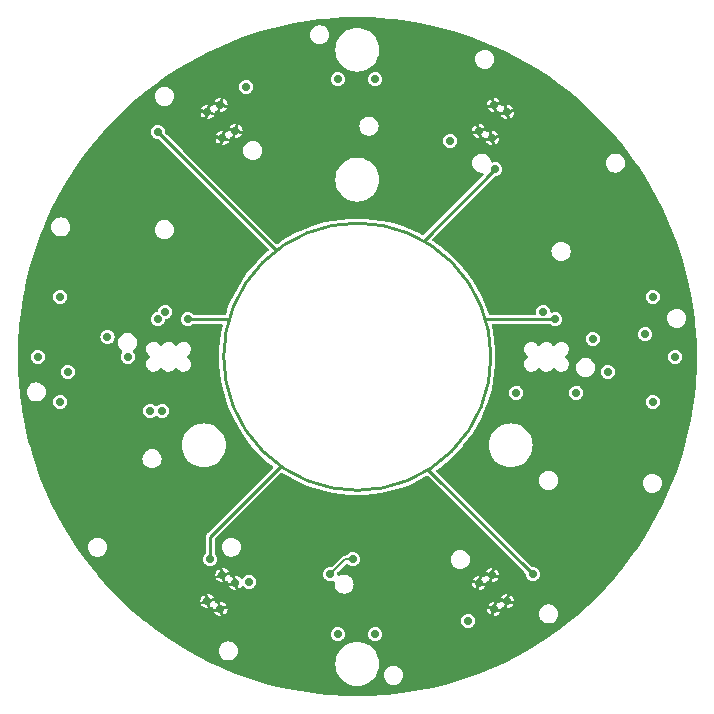
<source format=gbr>
%TF.GenerationSoftware,KiCad,Pcbnew,7.0.5*%
%TF.CreationDate,2023-06-26T09:34:37-04:00*%
%TF.ProjectId,ESP32Sensor-LED_board,45535033-3253-4656-9e73-6f722d4c4544,rev?*%
%TF.SameCoordinates,Original*%
%TF.FileFunction,Copper,L2,Inr*%
%TF.FilePolarity,Positive*%
%FSLAX46Y46*%
G04 Gerber Fmt 4.6, Leading zero omitted, Abs format (unit mm)*
G04 Created by KiCad (PCBNEW 7.0.5) date 2023-06-26 09:34:37*
%MOMM*%
%LPD*%
G01*
G04 APERTURE LIST*
%TA.AperFunction,ComponentPad*%
%ADD10C,0.700000*%
%TD*%
%TA.AperFunction,ViaPad*%
%ADD11C,0.700000*%
%TD*%
%TA.AperFunction,Conductor*%
%ADD12C,0.254000*%
%TD*%
%TA.AperFunction,Conductor*%
%ADD13C,0.127000*%
%TD*%
G04 APERTURE END LIST*
D10*
%TO.N,LED_GND*%
%TO.C,U2*%
X10315074Y-19136248D03*
X11585074Y-21335952D03*
X11414926Y-18501248D03*
X12684926Y-20700952D03*
%TD*%
%TO.N,LED_GND*%
%TO.C,U3*%
X-10315074Y19136248D03*
X-11585074Y21335952D03*
X-11414926Y18501248D03*
X-12684926Y20700952D03*
%TD*%
%TO.N,LED_GND*%
%TO.C,U4*%
X-11585074Y-21335952D03*
X-10315074Y-19136248D03*
X-12684926Y-20700952D03*
X-11414926Y-18501248D03*
%TD*%
%TO.N,LED_GND*%
%TO.C,U1*%
X11585074Y21335952D03*
X10315074Y19136248D03*
X12684926Y20700952D03*
X11414926Y18501248D03*
%TD*%
D11*
%TO.N,+Vs_For_LED_Drivers*%
X-12446000Y-17145000D03*
X-16891000Y19050000D03*
X16764000Y3175000D03*
X14859000Y-18415000D03*
X-14351000Y3175000D03*
X11684000Y15875000D03*
%TO.N,Net-(K1-S1)*%
X24384000Y1905000D03*
X1524000Y23495000D03*
%TO.N,LED_REF_INV*%
X-19431000Y0D03*
X-27051000Y0D03*
X19939000Y1524000D03*
X18542000Y-3048000D03*
X13462000Y-3048000D03*
X26924000Y0D03*
%TO.N,Net-(U1-Q)*%
X25019000Y5080000D03*
%TO.N,PWM_DIM*%
X9398000Y-22352000D03*
X7874000Y18288000D03*
X-9144000Y-19050000D03*
X-9398000Y22860000D03*
X15748000Y3810000D03*
%TO.N,Net-(U2-Q)*%
X25019000Y-3810000D03*
%TO.N,Net-(K1-S2)*%
X1524000Y-23495000D03*
X21209000Y-1270000D03*
%TO.N,Net-(K2-S1)*%
X-1651000Y23495000D03*
X-21148638Y1680828D03*
%TO.N,Net-(U4-Q)*%
X-25146000Y-3810000D03*
%TO.N,Net-(K2-S2)*%
X-1651000Y-23495000D03*
X-24511000Y-1270000D03*
%TO.N,Net-(U3-Q)*%
X-25146000Y5080000D03*
%TO.N,3V3*%
X-16891000Y3175000D03*
%TO.N,SDA*%
X-2286000Y-18415000D03*
X-381000Y-17145000D03*
X-16256000Y3810000D03*
%TO.N,SCL*%
X-16510000Y-4572000D03*
%TO.N,INT*%
X-17526000Y-4572000D03*
%TD*%
D12*
%TO.N,+Vs_For_LED_Drivers*%
X-14351000Y3175000D02*
X-10858825Y3175000D01*
X-12446000Y-15240000D02*
X-6479912Y-9273912D01*
X16764000Y3175000D02*
X10858825Y3175000D01*
X-12446000Y-17145000D02*
X-12446000Y-15240000D01*
X14859000Y-18415000D02*
X6021748Y-9577748D01*
X11684000Y15875000D02*
X5625007Y9816007D01*
X-16891000Y19050000D02*
X-6847166Y9006166D01*
X7999835Y7999835D02*
G75*
G02*
X7999835Y7999835I-7999835J-7999835D01*
G01*
D13*
%TO.N,SDA*%
X-1016000Y-17145000D02*
X-381000Y-17145000D01*
X-2286000Y-18415000D02*
X-1016000Y-17145000D01*
%TD*%
%TA.AperFunction,Conductor*%
%TO.N,LED_GND*%
G36*
X821822Y28730129D02*
G01*
X1073663Y28725419D01*
X1075975Y28725333D01*
X2147008Y28665186D01*
X2149298Y28665014D01*
X2531873Y28629139D01*
X3217315Y28564862D01*
X3219619Y28564603D01*
X4283138Y28424589D01*
X4285431Y28424243D01*
X5342977Y28244559D01*
X5345255Y28244128D01*
X6395343Y28025026D01*
X6397604Y28024510D01*
X7438747Y27766302D01*
X7440986Y27765702D01*
X8471776Y27468737D01*
X8473992Y27468053D01*
X9492945Y27132756D01*
X9495134Y27131991D01*
X10500815Y26758837D01*
X10502974Y26757990D01*
X11494018Y26347485D01*
X11496143Y26346558D01*
X12471150Y25899284D01*
X12473239Y25898278D01*
X13430836Y25414860D01*
X13432886Y25413777D01*
X14371742Y24894889D01*
X14373750Y24893729D01*
X15292524Y24340114D01*
X15294488Y24338880D01*
X16191966Y23751269D01*
X16193882Y23749962D01*
X17068725Y23129226D01*
X17070568Y23127867D01*
X17921611Y22474838D01*
X17923424Y22473392D01*
X18424474Y22058257D01*
X18749436Y21789014D01*
X18751178Y21787515D01*
X19551058Y21072699D01*
X19552757Y21071122D01*
X20325302Y20326942D01*
X20326942Y20325302D01*
X21071122Y19552757D01*
X21072699Y19551058D01*
X21787515Y18751178D01*
X21789014Y18749436D01*
X21968441Y18532877D01*
X22473392Y17923424D01*
X22474838Y17921611D01*
X23127867Y17070568D01*
X23129226Y17068725D01*
X23550644Y16474794D01*
X23749962Y16193882D01*
X23751269Y16191966D01*
X24338880Y15294488D01*
X24340114Y15292524D01*
X24893729Y14373750D01*
X24894889Y14371742D01*
X25413777Y13432886D01*
X25414860Y13430836D01*
X25898278Y12473239D01*
X25899284Y12471150D01*
X26346558Y11496143D01*
X26347485Y11494018D01*
X26757990Y10502974D01*
X26758837Y10500815D01*
X27131991Y9495134D01*
X27132756Y9492945D01*
X27468053Y8473992D01*
X27468737Y8471776D01*
X27765702Y7440986D01*
X27766302Y7438747D01*
X28024510Y6397604D01*
X28025026Y6395343D01*
X28244128Y5345255D01*
X28244559Y5342977D01*
X28424243Y4285431D01*
X28424589Y4283138D01*
X28564603Y3219619D01*
X28564862Y3217315D01*
X28618210Y2648425D01*
X28661028Y2191810D01*
X28665013Y2149321D01*
X28665186Y2147008D01*
X28725333Y1075975D01*
X28725419Y1073663D01*
X28729780Y840553D01*
X28745478Y1159D01*
X28745478Y-1159D01*
X28725420Y-1073658D01*
X28725333Y-1075975D01*
X28665186Y-2147008D01*
X28665014Y-2149298D01*
X28645683Y-2355454D01*
X28564862Y-3217315D01*
X28564603Y-3219619D01*
X28424589Y-4283138D01*
X28424243Y-4285431D01*
X28244559Y-5342977D01*
X28244128Y-5345255D01*
X28025026Y-6395343D01*
X28024510Y-6397604D01*
X27766302Y-7438747D01*
X27765702Y-7440986D01*
X27468737Y-8471776D01*
X27468053Y-8473992D01*
X27132756Y-9492945D01*
X27131991Y-9495134D01*
X26758837Y-10500815D01*
X26757990Y-10502974D01*
X26347485Y-11494018D01*
X26346558Y-11496143D01*
X25899284Y-12471150D01*
X25898278Y-12473239D01*
X25414860Y-13430836D01*
X25413777Y-13432886D01*
X24894889Y-14371742D01*
X24893729Y-14373750D01*
X24340114Y-15292524D01*
X24338880Y-15294488D01*
X23751269Y-16191966D01*
X23749962Y-16193882D01*
X23610718Y-16390128D01*
X23129226Y-17068725D01*
X23127867Y-17070568D01*
X22474838Y-17921611D01*
X22473392Y-17923424D01*
X22066108Y-18414998D01*
X21789014Y-18749436D01*
X21787515Y-18751178D01*
X21072699Y-19551058D01*
X21071122Y-19552757D01*
X20326942Y-20325302D01*
X20325302Y-20326942D01*
X19552757Y-21071122D01*
X19551058Y-21072699D01*
X18751178Y-21787515D01*
X18749436Y-21789014D01*
X18586856Y-21923718D01*
X17923424Y-22473392D01*
X17921611Y-22474838D01*
X17070568Y-23127867D01*
X17068725Y-23129226D01*
X16553220Y-23494998D01*
X16193882Y-23749962D01*
X16191966Y-23751269D01*
X15294488Y-24338880D01*
X15292524Y-24340114D01*
X14373750Y-24893729D01*
X14371742Y-24894889D01*
X13432886Y-25413777D01*
X13430836Y-25414860D01*
X12473239Y-25898278D01*
X12471150Y-25899284D01*
X11496143Y-26346558D01*
X11494018Y-26347485D01*
X10502974Y-26757990D01*
X10500815Y-26758837D01*
X9495134Y-27131991D01*
X9492945Y-27132756D01*
X8473992Y-27468053D01*
X8471776Y-27468737D01*
X7440986Y-27765702D01*
X7438747Y-27766302D01*
X6397604Y-28024510D01*
X6395343Y-28025026D01*
X5345255Y-28244128D01*
X5342977Y-28244559D01*
X4285431Y-28424243D01*
X4283138Y-28424589D01*
X3219619Y-28564603D01*
X3217315Y-28564862D01*
X2531873Y-28629139D01*
X2149298Y-28665014D01*
X2147008Y-28665186D01*
X1075975Y-28725333D01*
X1073663Y-28725419D01*
X821822Y-28730129D01*
X1159Y-28745478D01*
X-1159Y-28745478D01*
X-821822Y-28730129D01*
X-1073663Y-28725419D01*
X-1075975Y-28725333D01*
X-2147008Y-28665186D01*
X-2149298Y-28665014D01*
X-2531873Y-28629139D01*
X-3217315Y-28564862D01*
X-3219619Y-28564603D01*
X-4283138Y-28424589D01*
X-4285431Y-28424243D01*
X-5342977Y-28244559D01*
X-5345255Y-28244128D01*
X-6395343Y-28025026D01*
X-6397604Y-28024510D01*
X-7438747Y-27766302D01*
X-7440986Y-27765702D01*
X-8471776Y-27468737D01*
X-8473992Y-27468053D01*
X-9492945Y-27132756D01*
X-9495134Y-27131991D01*
X-10500815Y-26758837D01*
X-10502974Y-26757990D01*
X-11494018Y-26347485D01*
X-11496143Y-26346558D01*
X-12251600Y-26000000D01*
X-1859237Y-26000000D01*
X-1840313Y-26264597D01*
X-1840312Y-26264601D01*
X-1840312Y-26264602D01*
X-1822379Y-26347040D01*
X-1783925Y-26523808D01*
X-1691221Y-26772355D01*
X-1691218Y-26772359D01*
X-1691218Y-26772361D01*
X-1677637Y-26797233D01*
X-1564090Y-27005179D01*
X-1405118Y-27217541D01*
X-1217541Y-27405118D01*
X-1005179Y-27564090D01*
X-772360Y-27691218D01*
X-772359Y-27691218D01*
X-772355Y-27691221D01*
X-523808Y-27783925D01*
X-264597Y-27840313D01*
X-26508Y-27857341D01*
X-1Y-27859237D01*
X0Y-27859237D01*
X1Y-27859237D01*
X26508Y-27857341D01*
X264597Y-27840313D01*
X523808Y-27783925D01*
X772355Y-27691221D01*
X772359Y-27691218D01*
X772361Y-27691218D01*
X888767Y-27627655D01*
X1005179Y-27564090D01*
X1217541Y-27405118D01*
X1405118Y-27217541D01*
X1564090Y-27005179D01*
X1579268Y-26977382D01*
X2250182Y-26977382D01*
X2270478Y-27157524D01*
X2330355Y-27328643D01*
X2330356Y-27328646D01*
X2421892Y-27474326D01*
X2426809Y-27482151D01*
X2555001Y-27610343D01*
X2708505Y-27706795D01*
X2879622Y-27766672D01*
X2879625Y-27766672D01*
X2879627Y-27766673D01*
X2970572Y-27776919D01*
X3014583Y-27781878D01*
X3014586Y-27781879D01*
X3104957Y-27781879D01*
X3104960Y-27781879D01*
X3104961Y-27781878D01*
X3172440Y-27774275D01*
X3239918Y-27766673D01*
X3239919Y-27766672D01*
X3239924Y-27766672D01*
X3411041Y-27706795D01*
X3564545Y-27610343D01*
X3692737Y-27482151D01*
X3789189Y-27328647D01*
X3849066Y-27157530D01*
X3849067Y-27157524D01*
X3869364Y-26977382D01*
X3869364Y-26977375D01*
X3849067Y-26797233D01*
X3849066Y-26797231D01*
X3849066Y-26797228D01*
X3789189Y-26626111D01*
X3692737Y-26472607D01*
X3564545Y-26344415D01*
X3564544Y-26344414D01*
X3411040Y-26247962D01*
X3411037Y-26247961D01*
X3264249Y-26196598D01*
X3239924Y-26188086D01*
X3239923Y-26188085D01*
X3239918Y-26188084D01*
X3104963Y-26172879D01*
X3104957Y-26172879D01*
X3014589Y-26172879D01*
X3014582Y-26172879D01*
X2879627Y-26188084D01*
X2708508Y-26247961D01*
X2708505Y-26247962D01*
X2555000Y-26344415D01*
X2426809Y-26472606D01*
X2330356Y-26626111D01*
X2330355Y-26626114D01*
X2270478Y-26797233D01*
X2250182Y-26977375D01*
X2250182Y-26977382D01*
X1579268Y-26977382D01*
X1677637Y-26797233D01*
X1691218Y-26772361D01*
X1691218Y-26772359D01*
X1691221Y-26772355D01*
X1783925Y-26523808D01*
X1822379Y-26347040D01*
X1840312Y-26264602D01*
X1840312Y-26264601D01*
X1840313Y-26264597D01*
X1859237Y-26000000D01*
X1840313Y-25735403D01*
X1835075Y-25711326D01*
X1783927Y-25476200D01*
X1783926Y-25476198D01*
X1783925Y-25476192D01*
X1691221Y-25227645D01*
X1691219Y-25227642D01*
X1691218Y-25227638D01*
X1564093Y-24994826D01*
X1564088Y-24994818D01*
X1405124Y-24782466D01*
X1405108Y-24782448D01*
X1217551Y-24594891D01*
X1217533Y-24594875D01*
X1005181Y-24435911D01*
X1005173Y-24435906D01*
X772360Y-24308781D01*
X772361Y-24308781D01*
X672936Y-24271697D01*
X523808Y-24216075D01*
X523805Y-24216074D01*
X523799Y-24216072D01*
X264602Y-24159687D01*
X1Y-24140763D01*
X-1Y-24140763D01*
X-264602Y-24159687D01*
X-523799Y-24216072D01*
X-523805Y-24216074D01*
X-523808Y-24216075D01*
X-672936Y-24271697D01*
X-772361Y-24308781D01*
X-1005173Y-24435906D01*
X-1005181Y-24435911D01*
X-1217533Y-24594875D01*
X-1217551Y-24594891D01*
X-1405108Y-24782448D01*
X-1405124Y-24782466D01*
X-1564088Y-24994818D01*
X-1564093Y-24994826D01*
X-1691218Y-25227638D01*
X-1691219Y-25227642D01*
X-1691221Y-25227645D01*
X-1783925Y-25476192D01*
X-1783926Y-25476198D01*
X-1783927Y-25476200D01*
X-1835075Y-25711326D01*
X-1840313Y-25735403D01*
X-1859237Y-26000000D01*
X-12251600Y-26000000D01*
X-12471150Y-25899284D01*
X-12473239Y-25898278D01*
X-13430836Y-25414860D01*
X-13432886Y-25413777D01*
X-14350136Y-24906830D01*
X-11725970Y-24906830D01*
X-11716056Y-24994818D01*
X-11705672Y-25086978D01*
X-11645795Y-25258095D01*
X-11549343Y-25411599D01*
X-11421151Y-25539791D01*
X-11267647Y-25636243D01*
X-11096530Y-25696120D01*
X-11096525Y-25696120D01*
X-11096524Y-25696121D01*
X-11029046Y-25703723D01*
X-10961567Y-25711326D01*
X-10961566Y-25711327D01*
X-10871195Y-25711327D01*
X-10871192Y-25711327D01*
X-10871189Y-25711326D01*
X-10827178Y-25706367D01*
X-10736233Y-25696121D01*
X-10736231Y-25696120D01*
X-10736228Y-25696120D01*
X-10565111Y-25636243D01*
X-10411607Y-25539791D01*
X-10283415Y-25411599D01*
X-10283414Y-25411598D01*
X-10186962Y-25258094D01*
X-10186961Y-25258091D01*
X-10127084Y-25086972D01*
X-10106788Y-24906830D01*
X-10106788Y-24906823D01*
X-10127084Y-24726681D01*
X-10186961Y-24555562D01*
X-10186962Y-24555559D01*
X-10283415Y-24402054D01*
X-10411606Y-24273863D01*
X-10565111Y-24177410D01*
X-10565114Y-24177409D01*
X-10736233Y-24117532D01*
X-10871188Y-24102327D01*
X-10871195Y-24102327D01*
X-10961563Y-24102327D01*
X-10961569Y-24102327D01*
X-11096524Y-24117532D01*
X-11267643Y-24177409D01*
X-11267646Y-24177410D01*
X-11329181Y-24216075D01*
X-11421151Y-24273863D01*
X-11549343Y-24402055D01*
X-11645795Y-24555559D01*
X-11705672Y-24726676D01*
X-11705672Y-24726679D01*
X-11705673Y-24726681D01*
X-11725970Y-24906823D01*
X-11725970Y-24906830D01*
X-14350136Y-24906830D01*
X-14371742Y-24894889D01*
X-14373750Y-24893729D01*
X-15292524Y-24340114D01*
X-15294488Y-24338880D01*
X-16191966Y-23751269D01*
X-16193882Y-23749962D01*
X-16553217Y-23495000D01*
X-2256682Y-23495000D01*
X-2236044Y-23651762D01*
X-2175536Y-23797841D01*
X-2079282Y-23923282D01*
X-1953841Y-24019536D01*
X-1807762Y-24080044D01*
X-1703253Y-24093802D01*
X-1651001Y-24100682D01*
X-1651000Y-24100682D01*
X-1650999Y-24100682D01*
X-1572618Y-24090363D01*
X-1494238Y-24080044D01*
X-1348159Y-24019536D01*
X-1222718Y-23923282D01*
X-1126464Y-23797841D01*
X-1106915Y-23750647D01*
X-1065956Y-23651762D01*
X-1065955Y-23651760D01*
X-1045318Y-23495001D01*
X918318Y-23495001D01*
X938955Y-23651760D01*
X938956Y-23651762D01*
X979915Y-23750647D01*
X999464Y-23797841D01*
X1095718Y-23923282D01*
X1221159Y-24019536D01*
X1367238Y-24080044D01*
X1445619Y-24090363D01*
X1523999Y-24100682D01*
X1524000Y-24100682D01*
X1524001Y-24100682D01*
X1576254Y-24093802D01*
X1680762Y-24080044D01*
X1826841Y-24019536D01*
X1952282Y-23923282D01*
X2048536Y-23797841D01*
X2109044Y-23651762D01*
X2129682Y-23495000D01*
X2109044Y-23338238D01*
X2048536Y-23192159D01*
X1952282Y-23066718D01*
X1826841Y-22970464D01*
X1680762Y-22909956D01*
X1680760Y-22909955D01*
X1524001Y-22889318D01*
X1523999Y-22889318D01*
X1367239Y-22909955D01*
X1367237Y-22909956D01*
X1221160Y-22970463D01*
X1095718Y-23066718D01*
X999463Y-23192160D01*
X938956Y-23338237D01*
X938955Y-23338239D01*
X918318Y-23494998D01*
X918318Y-23495001D01*
X-1045318Y-23495001D01*
X-1045318Y-23494998D01*
X-1065955Y-23338239D01*
X-1065956Y-23338237D01*
X-1126463Y-23192160D01*
X-1222718Y-23066718D01*
X-1348160Y-22970463D01*
X-1494237Y-22909956D01*
X-1494239Y-22909955D01*
X-1650999Y-22889318D01*
X-1651001Y-22889318D01*
X-1807760Y-22909955D01*
X-1807762Y-22909956D01*
X-1953841Y-22970464D01*
X-2079282Y-23066718D01*
X-2175536Y-23192159D01*
X-2236044Y-23338238D01*
X-2256682Y-23495000D01*
X-16553217Y-23495000D01*
X-16553220Y-23494998D01*
X-17068725Y-23129226D01*
X-17070568Y-23127867D01*
X-17921611Y-22474838D01*
X-17923424Y-22473392D01*
X-18069938Y-22352001D01*
X8792318Y-22352001D01*
X8812955Y-22508760D01*
X8812956Y-22508762D01*
X8873464Y-22654841D01*
X8969718Y-22780282D01*
X9095159Y-22876536D01*
X9241238Y-22937044D01*
X9319619Y-22947363D01*
X9397999Y-22957682D01*
X9398000Y-22957682D01*
X9398001Y-22957682D01*
X9450254Y-22950802D01*
X9554762Y-22937044D01*
X9700841Y-22876536D01*
X9826282Y-22780282D01*
X9922536Y-22654841D01*
X9983044Y-22508762D01*
X10003682Y-22352000D01*
X9983044Y-22195238D01*
X9922536Y-22049159D01*
X9836445Y-21936963D01*
X11553443Y-21936963D01*
X11585074Y-21941128D01*
X11741704Y-21920507D01*
X11741708Y-21920506D01*
X11887660Y-21860052D01*
X11988913Y-21782357D01*
X15389309Y-21782357D01*
X15409605Y-21962499D01*
X15469482Y-22133618D01*
X15469483Y-22133621D01*
X15508200Y-22195239D01*
X15565936Y-22287126D01*
X15694128Y-22415318D01*
X15847632Y-22511770D01*
X16018749Y-22571647D01*
X16018752Y-22571647D01*
X16018754Y-22571648D01*
X16109699Y-22581894D01*
X16153710Y-22586853D01*
X16153713Y-22586854D01*
X16244084Y-22586854D01*
X16244087Y-22586854D01*
X16244088Y-22586853D01*
X16311567Y-22579250D01*
X16379045Y-22571648D01*
X16379046Y-22571647D01*
X16379051Y-22571647D01*
X16550168Y-22511770D01*
X16703672Y-22415318D01*
X16831864Y-22287126D01*
X16928316Y-22133622D01*
X16988193Y-21962505D01*
X16991071Y-21936963D01*
X17008491Y-21782357D01*
X17008491Y-21782350D01*
X16988194Y-21602208D01*
X16988193Y-21602206D01*
X16988193Y-21602203D01*
X16928316Y-21431086D01*
X16831864Y-21277582D01*
X16703672Y-21149390D01*
X16565924Y-21062838D01*
X16550167Y-21052937D01*
X16550164Y-21052936D01*
X16379045Y-20993059D01*
X16244090Y-20977854D01*
X16244084Y-20977854D01*
X16153716Y-20977854D01*
X16153709Y-20977854D01*
X16018754Y-20993059D01*
X15847635Y-21052936D01*
X15847632Y-21052937D01*
X15694127Y-21149390D01*
X15565936Y-21277581D01*
X15469483Y-21431086D01*
X15469482Y-21431089D01*
X15409605Y-21602208D01*
X15389309Y-21782350D01*
X15389309Y-21782357D01*
X11988913Y-21782357D01*
X12012998Y-21763876D01*
X12109174Y-21638538D01*
X12121382Y-21609064D01*
X12121381Y-21609063D01*
X11673462Y-21489044D01*
X11553443Y-21936963D01*
X9836445Y-21936963D01*
X9826282Y-21923718D01*
X9700841Y-21827464D01*
X9608048Y-21789028D01*
X9554762Y-21766956D01*
X9554760Y-21766955D01*
X9398001Y-21746318D01*
X9397999Y-21746318D01*
X9241239Y-21766955D01*
X9241237Y-21766956D01*
X9095160Y-21827463D01*
X8969718Y-21923718D01*
X8873463Y-22049160D01*
X8812956Y-22195237D01*
X8812955Y-22195239D01*
X8792318Y-22351998D01*
X8792318Y-22352001D01*
X-18069938Y-22352001D01*
X-18586856Y-21923718D01*
X-18749436Y-21789014D01*
X-18751178Y-21787515D01*
X-18950865Y-21609064D01*
X-12121382Y-21609064D01*
X-12109174Y-21638538D01*
X-12012998Y-21763876D01*
X-11887660Y-21860052D01*
X-11741708Y-21920506D01*
X-11741704Y-21920507D01*
X-11585074Y-21941128D01*
X-11553443Y-21936963D01*
X-11673462Y-21489044D01*
X-12121381Y-21609063D01*
X-12121382Y-21609064D01*
X-18950865Y-21609064D01*
X-19216429Y-21371742D01*
X-11695224Y-21371742D01*
X-11653151Y-21429652D01*
X-11602522Y-21446102D01*
X-11567626Y-21446102D01*
X-11516997Y-21429652D01*
X-11513138Y-21424340D01*
X-11431980Y-21424340D01*
X-11311960Y-21872259D01*
X-11282485Y-21860050D01*
X-11157149Y-21763876D01*
X-11060973Y-21638538D01*
X-11000519Y-21492586D01*
X-11000518Y-21492582D01*
X-10979897Y-21335952D01*
X10979897Y-21335952D01*
X11000518Y-21492582D01*
X11000519Y-21492586D01*
X11060973Y-21638538D01*
X11157149Y-21763876D01*
X11282485Y-21860050D01*
X11311960Y-21872259D01*
X11431980Y-21424340D01*
X11235681Y-21371742D01*
X11474924Y-21371742D01*
X11516997Y-21429652D01*
X11567626Y-21446102D01*
X11602522Y-21446102D01*
X11653151Y-21429652D01*
X11695224Y-21371742D01*
X11695224Y-21300162D01*
X11657009Y-21247562D01*
X11738166Y-21247562D01*
X12186085Y-21367581D01*
X12190251Y-21335950D01*
X12190251Y-21328924D01*
X12198168Y-21301963D01*
X12653295Y-21301963D01*
X12684926Y-21306128D01*
X12841556Y-21285507D01*
X12841560Y-21285506D01*
X12987512Y-21225052D01*
X13112850Y-21128876D01*
X13209026Y-21003538D01*
X13221234Y-20974064D01*
X13221233Y-20974063D01*
X12773314Y-20854044D01*
X12653295Y-21301963D01*
X12198168Y-21301963D01*
X12209936Y-21261885D01*
X12262740Y-21216130D01*
X12331898Y-21206186D01*
X12376253Y-21221538D01*
X12382336Y-21225050D01*
X12411812Y-21237259D01*
X12531832Y-20789340D01*
X12335533Y-20736742D01*
X12574776Y-20736742D01*
X12616849Y-20794652D01*
X12667478Y-20811102D01*
X12702374Y-20811102D01*
X12753003Y-20794652D01*
X12795076Y-20736742D01*
X12795076Y-20665162D01*
X12756861Y-20612562D01*
X12838018Y-20612562D01*
X13285937Y-20732581D01*
X13290102Y-20700951D01*
X13269481Y-20544321D01*
X13269480Y-20544317D01*
X13209025Y-20398364D01*
X13112852Y-20273028D01*
X12987511Y-20176851D01*
X12958038Y-20164643D01*
X12838018Y-20612562D01*
X12756861Y-20612562D01*
X12753003Y-20607252D01*
X12702374Y-20590802D01*
X12667478Y-20590802D01*
X12616849Y-20607252D01*
X12574776Y-20665162D01*
X12574776Y-20736742D01*
X12335533Y-20736742D01*
X12083913Y-20669321D01*
X12083912Y-20669322D01*
X12079749Y-20700950D01*
X12079749Y-20707979D01*
X12060064Y-20775018D01*
X12007260Y-20820773D01*
X11938102Y-20830717D01*
X11893750Y-20815367D01*
X11887662Y-20811852D01*
X11858186Y-20799643D01*
X11738166Y-21247562D01*
X11657009Y-21247562D01*
X11653151Y-21242252D01*
X11602522Y-21225802D01*
X11567626Y-21225802D01*
X11516997Y-21242252D01*
X11474924Y-21300162D01*
X11474924Y-21371742D01*
X11235681Y-21371742D01*
X10984061Y-21304321D01*
X10984060Y-21304322D01*
X10979897Y-21335950D01*
X10979897Y-21335952D01*
X-10979897Y-21335952D01*
X-10979897Y-21335950D01*
X-10984060Y-21304322D01*
X-10984061Y-21304321D01*
X-11431980Y-21424340D01*
X-11513138Y-21424340D01*
X-11474924Y-21371742D01*
X-11474924Y-21300162D01*
X-11516997Y-21242252D01*
X-11567626Y-21225802D01*
X-11602522Y-21225802D01*
X-11653151Y-21242252D01*
X-11695224Y-21300162D01*
X-11695224Y-21371742D01*
X-19216429Y-21371742D01*
X-19551058Y-21072699D01*
X-19552757Y-21071122D01*
X-19653514Y-20974064D01*
X-13221234Y-20974064D01*
X-13209026Y-21003538D01*
X-13112850Y-21128876D01*
X-12987512Y-21225052D01*
X-12841560Y-21285506D01*
X-12841556Y-21285507D01*
X-12684926Y-21306128D01*
X-12653295Y-21301963D01*
X-12773314Y-20854044D01*
X-13221233Y-20974063D01*
X-13221234Y-20974064D01*
X-19653514Y-20974064D01*
X-19899882Y-20736742D01*
X-12795076Y-20736742D01*
X-12753003Y-20794652D01*
X-12702374Y-20811102D01*
X-12667478Y-20811102D01*
X-12616849Y-20794652D01*
X-12612990Y-20789340D01*
X-12531832Y-20789340D01*
X-12411812Y-21237259D01*
X-12382336Y-21225050D01*
X-12376253Y-21221538D01*
X-12308353Y-21205064D01*
X-12242326Y-21227915D01*
X-12199134Y-21282836D01*
X-12190251Y-21328924D01*
X-12190251Y-21335950D01*
X-12186085Y-21367581D01*
X-11738166Y-21247562D01*
X-11858186Y-20799644D01*
X-11887666Y-20811855D01*
X-11893757Y-20815371D01*
X-11961658Y-20831838D01*
X-12027684Y-20808981D01*
X-12070870Y-20754057D01*
X-12074554Y-20734938D01*
X-11616703Y-20734938D01*
X-11496684Y-21182858D01*
X-11048765Y-21062838D01*
X11048765Y-21062838D01*
X11496684Y-21182858D01*
X11616703Y-20734938D01*
X11585075Y-20730775D01*
X11585073Y-20730775D01*
X11428443Y-20751396D01*
X11428439Y-20751397D01*
X11282486Y-20811852D01*
X11157149Y-20908027D01*
X11060974Y-21033364D01*
X11048765Y-21062838D01*
X-11048765Y-21062838D01*
X-11060974Y-21033364D01*
X-11157147Y-20908028D01*
X-11282487Y-20811851D01*
X-11428439Y-20751397D01*
X-11428443Y-20751396D01*
X-11585073Y-20730775D01*
X-11585075Y-20730775D01*
X-11616703Y-20734938D01*
X-12074554Y-20734938D01*
X-12079749Y-20707979D01*
X-12079749Y-20700950D01*
X-12083912Y-20669322D01*
X-12083913Y-20669321D01*
X-12531832Y-20789340D01*
X-12612990Y-20789340D01*
X-12574776Y-20736742D01*
X-12574776Y-20665162D01*
X-12616849Y-20607252D01*
X-12667478Y-20590802D01*
X-12702374Y-20590802D01*
X-12753003Y-20607252D01*
X-12795076Y-20665162D01*
X-12795076Y-20736742D01*
X-19899882Y-20736742D01*
X-19937037Y-20700951D01*
X-13290102Y-20700951D01*
X-13285937Y-20732581D01*
X-12838018Y-20612562D01*
X-12958038Y-20164644D01*
X-12987515Y-20176854D01*
X-13112850Y-20273027D01*
X-13209025Y-20398364D01*
X-13269480Y-20544317D01*
X-13269481Y-20544321D01*
X-13290102Y-20700951D01*
X-19937037Y-20700951D01*
X-20325302Y-20326942D01*
X-20326942Y-20325302D01*
X-20544031Y-20099938D01*
X-12716555Y-20099938D01*
X-12596536Y-20547858D01*
X-12148617Y-20427838D01*
X12148617Y-20427838D01*
X12596536Y-20547858D01*
X12716555Y-20099938D01*
X12684927Y-20095775D01*
X12684925Y-20095775D01*
X12528295Y-20116396D01*
X12528291Y-20116397D01*
X12382338Y-20176852D01*
X12257001Y-20273027D01*
X12160826Y-20398364D01*
X12148617Y-20427838D01*
X-12148617Y-20427838D01*
X-12160826Y-20398364D01*
X-12256999Y-20273028D01*
X-12382339Y-20176851D01*
X-12528291Y-20116397D01*
X-12528295Y-20116396D01*
X-12684925Y-20095775D01*
X-12684927Y-20095775D01*
X-12716555Y-20099938D01*
X-20544031Y-20099938D01*
X-21071122Y-19552757D01*
X-21072699Y-19551058D01*
X-21199328Y-19409360D01*
X-10851382Y-19409360D01*
X-10839174Y-19438834D01*
X-10742998Y-19564172D01*
X-10617660Y-19660348D01*
X-10471708Y-19720802D01*
X-10471704Y-19720803D01*
X-10315074Y-19741424D01*
X-10283443Y-19737259D01*
X-10403462Y-19289340D01*
X-10851381Y-19409359D01*
X-10851382Y-19409360D01*
X-21199328Y-19409360D01*
X-21411412Y-19172038D01*
X-10425224Y-19172038D01*
X-10383151Y-19229948D01*
X-10332522Y-19246398D01*
X-10297626Y-19246398D01*
X-10246997Y-19229948D01*
X-10204924Y-19172038D01*
X-10204924Y-19100458D01*
X-10246997Y-19042548D01*
X-10297626Y-19026098D01*
X-10332522Y-19026098D01*
X-10383151Y-19042548D01*
X-10425224Y-19100458D01*
X-10425224Y-19172038D01*
X-21411412Y-19172038D01*
X-21766798Y-18774360D01*
X-11951234Y-18774360D01*
X-11939026Y-18803834D01*
X-11842850Y-18929172D01*
X-11717512Y-19025348D01*
X-11571560Y-19085802D01*
X-11571556Y-19085803D01*
X-11414926Y-19106424D01*
X-11383295Y-19102259D01*
X-11503314Y-18654340D01*
X-11951233Y-18774359D01*
X-11951234Y-18774360D01*
X-21766798Y-18774360D01*
X-21787515Y-18751178D01*
X-21789014Y-18749436D01*
X-21964994Y-18537038D01*
X-11525076Y-18537038D01*
X-11483003Y-18594948D01*
X-11432374Y-18611398D01*
X-11397478Y-18611398D01*
X-11346849Y-18594948D01*
X-11342990Y-18589636D01*
X-11261832Y-18589636D01*
X-11141812Y-19037555D01*
X-11112336Y-19025346D01*
X-11106253Y-19021834D01*
X-11038353Y-19005360D01*
X-10972326Y-19028211D01*
X-10929134Y-19083132D01*
X-10920251Y-19129220D01*
X-10920251Y-19136246D01*
X-10916085Y-19167877D01*
X-10468166Y-19047858D01*
X-10588186Y-18599940D01*
X-10617666Y-18612151D01*
X-10623757Y-18615667D01*
X-10691658Y-18632134D01*
X-10757684Y-18609277D01*
X-10800870Y-18554353D01*
X-10804554Y-18535234D01*
X-10346703Y-18535234D01*
X-10161981Y-19224635D01*
X-10041960Y-19672555D01*
X-10012485Y-19660346D01*
X-9887149Y-19564172D01*
X-9795138Y-19444261D01*
X-9738710Y-19403059D01*
X-9668964Y-19398904D01*
X-9608043Y-19433116D01*
X-9598389Y-19444258D01*
X-9572282Y-19478282D01*
X-9446841Y-19574536D01*
X-9300762Y-19635044D01*
X-9196253Y-19648802D01*
X-9144001Y-19655682D01*
X-9144000Y-19655682D01*
X-9143999Y-19655682D01*
X-9065619Y-19645363D01*
X-8987238Y-19635044D01*
X-8841159Y-19574536D01*
X-8715718Y-19478282D01*
X-8619464Y-19352841D01*
X-8558956Y-19206762D01*
X-8558955Y-19206760D01*
X-8538318Y-19050001D01*
X-8538318Y-19049998D01*
X-8558955Y-18893239D01*
X-8558956Y-18893237D01*
X-8619463Y-18747160D01*
X-8715718Y-18621718D01*
X-8841160Y-18525463D01*
X-8987237Y-18464956D01*
X-8987239Y-18464955D01*
X-9143999Y-18444318D01*
X-9144001Y-18444318D01*
X-9300760Y-18464955D01*
X-9300762Y-18464956D01*
X-9434994Y-18520557D01*
X-9446841Y-18525464D01*
X-9572282Y-18621718D01*
X-9638736Y-18708323D01*
X-9664566Y-18741985D01*
X-9720994Y-18783188D01*
X-9790740Y-18787343D01*
X-9851660Y-18753131D01*
X-9861316Y-18741988D01*
X-9887147Y-18708324D01*
X-10012487Y-18612147D01*
X-10158439Y-18551693D01*
X-10158443Y-18551692D01*
X-10315073Y-18531071D01*
X-10315075Y-18531071D01*
X-10346703Y-18535234D01*
X-10804554Y-18535234D01*
X-10809749Y-18508275D01*
X-10809749Y-18501246D01*
X-10813912Y-18469618D01*
X-10813913Y-18469617D01*
X-11261832Y-18589636D01*
X-11342990Y-18589636D01*
X-11304776Y-18537038D01*
X-11304776Y-18465458D01*
X-11341435Y-18415000D01*
X-2891682Y-18415000D01*
X-2871044Y-18571762D01*
X-2810536Y-18717841D01*
X-2714282Y-18843282D01*
X-2588841Y-18939536D01*
X-2442762Y-19000044D01*
X-2338254Y-19013802D01*
X-2286001Y-19020682D01*
X-2286000Y-19020682D01*
X-2285999Y-19020682D01*
X-2178140Y-19006482D01*
X-2129238Y-19000044D01*
X-2082829Y-18980820D01*
X-2013362Y-18973352D01*
X-1950883Y-19004627D01*
X-1915230Y-19064715D01*
X-1912158Y-19109264D01*
X-1915198Y-19136246D01*
X-1928012Y-19249970D01*
X-1928012Y-19249976D01*
X-1910054Y-19409359D01*
X-1907714Y-19430124D01*
X-1847837Y-19601241D01*
X-1751385Y-19754745D01*
X-1623193Y-19882937D01*
X-1469689Y-19979389D01*
X-1298572Y-20039266D01*
X-1298567Y-20039266D01*
X-1298566Y-20039267D01*
X-1231088Y-20046869D01*
X-1163609Y-20054472D01*
X-1163608Y-20054473D01*
X-1073237Y-20054473D01*
X-1073234Y-20054473D01*
X-1073231Y-20054472D01*
X-1029220Y-20049513D01*
X-938275Y-20039267D01*
X-938273Y-20039266D01*
X-938270Y-20039266D01*
X-767153Y-19979389D01*
X-613649Y-19882937D01*
X-485457Y-19754745D01*
X-474470Y-19737259D01*
X10283443Y-19737259D01*
X10315074Y-19741424D01*
X10471704Y-19720803D01*
X10471708Y-19720802D01*
X10617660Y-19660348D01*
X10742998Y-19564172D01*
X10839174Y-19438834D01*
X10851382Y-19409360D01*
X10851381Y-19409359D01*
X10403462Y-19289340D01*
X10283443Y-19737259D01*
X-474470Y-19737259D01*
X-423212Y-19655682D01*
X-389004Y-19601240D01*
X-389003Y-19601237D01*
X-329126Y-19430118D01*
X-308830Y-19249976D01*
X-308830Y-19249969D01*
X-321643Y-19136248D01*
X9709897Y-19136248D01*
X9730518Y-19292878D01*
X9730519Y-19292882D01*
X9790973Y-19438834D01*
X9887149Y-19564172D01*
X10012485Y-19660346D01*
X10041960Y-19672555D01*
X10161980Y-19224636D01*
X9965681Y-19172038D01*
X10204924Y-19172038D01*
X10246997Y-19229948D01*
X10297626Y-19246398D01*
X10332522Y-19246398D01*
X10383151Y-19229948D01*
X10425224Y-19172038D01*
X10425224Y-19100458D01*
X10387009Y-19047858D01*
X10468166Y-19047858D01*
X10916085Y-19167877D01*
X10920251Y-19136246D01*
X10920251Y-19129220D01*
X10928168Y-19102259D01*
X11383295Y-19102259D01*
X11414926Y-19106424D01*
X11571556Y-19085803D01*
X11571560Y-19085802D01*
X11717512Y-19025348D01*
X11842850Y-18929172D01*
X11939026Y-18803834D01*
X11951234Y-18774360D01*
X11951233Y-18774359D01*
X11503314Y-18654340D01*
X11383295Y-19102259D01*
X10928168Y-19102259D01*
X10939936Y-19062181D01*
X10992740Y-19016426D01*
X11061898Y-19006482D01*
X11106253Y-19021834D01*
X11112336Y-19025346D01*
X11141812Y-19037555D01*
X11261832Y-18589636D01*
X11065533Y-18537038D01*
X11304776Y-18537038D01*
X11346849Y-18594948D01*
X11397478Y-18611398D01*
X11432374Y-18611398D01*
X11483003Y-18594948D01*
X11525076Y-18537038D01*
X11525076Y-18465458D01*
X11486861Y-18412858D01*
X11568018Y-18412858D01*
X12015937Y-18532877D01*
X12020102Y-18501247D01*
X11999481Y-18344617D01*
X11999480Y-18344613D01*
X11939025Y-18198660D01*
X11842852Y-18073324D01*
X11717511Y-17977147D01*
X11688038Y-17964939D01*
X11568018Y-18412858D01*
X11486861Y-18412858D01*
X11483003Y-18407548D01*
X11432374Y-18391098D01*
X11397478Y-18391098D01*
X11346849Y-18407548D01*
X11304776Y-18465458D01*
X11304776Y-18537038D01*
X11065533Y-18537038D01*
X10813913Y-18469617D01*
X10813912Y-18469618D01*
X10809749Y-18501246D01*
X10809749Y-18508275D01*
X10790064Y-18575314D01*
X10737260Y-18621069D01*
X10668102Y-18631013D01*
X10623750Y-18615663D01*
X10617662Y-18612148D01*
X10588186Y-18599939D01*
X10468166Y-19047858D01*
X10387009Y-19047858D01*
X10383151Y-19042548D01*
X10332522Y-19026098D01*
X10297626Y-19026098D01*
X10246997Y-19042548D01*
X10204924Y-19100458D01*
X10204924Y-19172038D01*
X9965681Y-19172038D01*
X9714061Y-19104617D01*
X9714060Y-19104618D01*
X9709897Y-19136246D01*
X9709897Y-19136248D01*
X-321643Y-19136248D01*
X-329126Y-19069827D01*
X-389003Y-18898708D01*
X-389004Y-18898705D01*
X-411355Y-18863134D01*
X9778765Y-18863134D01*
X10226684Y-18983154D01*
X10346703Y-18535234D01*
X10315075Y-18531071D01*
X10315073Y-18531071D01*
X10158443Y-18551692D01*
X10158439Y-18551693D01*
X10012486Y-18612148D01*
X9887149Y-18708323D01*
X9790974Y-18833660D01*
X9778765Y-18863134D01*
X-411355Y-18863134D01*
X-485457Y-18745200D01*
X-613648Y-18617009D01*
X-767153Y-18520556D01*
X-767156Y-18520555D01*
X-938275Y-18460678D01*
X-1073230Y-18445473D01*
X-1073237Y-18445473D01*
X-1163605Y-18445473D01*
X-1163611Y-18445473D01*
X-1298566Y-18460678D01*
X-1298571Y-18460679D01*
X-1298572Y-18460680D01*
X-1322897Y-18469191D01*
X-1469685Y-18520555D01*
X-1469692Y-18520558D01*
X-1491124Y-18534025D01*
X-1558360Y-18553025D01*
X-1625196Y-18532657D01*
X-1670409Y-18479389D01*
X-1678548Y-18423127D01*
X-1680318Y-18423127D01*
X-1680318Y-18414998D01*
X-1691138Y-18332809D01*
X-1680372Y-18263773D01*
X-1655880Y-18228943D01*
X-1655071Y-18228134D01*
X10878617Y-18228134D01*
X11326536Y-18348154D01*
X11446555Y-17900234D01*
X11414927Y-17896071D01*
X11414925Y-17896071D01*
X11258295Y-17916692D01*
X11258291Y-17916693D01*
X11112338Y-17977148D01*
X10987001Y-18073323D01*
X10890826Y-18198660D01*
X10878617Y-18228134D01*
X-1655071Y-18228134D01*
X-992163Y-17565226D01*
X-930840Y-17531741D01*
X-861148Y-17536725D01*
X-816928Y-17569426D01*
X-815034Y-17567531D01*
X-809288Y-17573275D01*
X-809286Y-17573276D01*
X-809282Y-17573282D01*
X-683841Y-17669536D01*
X-537762Y-17730044D01*
X-433254Y-17743802D01*
X-381001Y-17750682D01*
X-381000Y-17750682D01*
X-380999Y-17750682D01*
X-302619Y-17740363D01*
X-224238Y-17730044D01*
X-78159Y-17669536D01*
X47282Y-17573282D01*
X143536Y-17447841D01*
X204044Y-17301762D01*
X220150Y-17179424D01*
X7907036Y-17179424D01*
X7927332Y-17359566D01*
X7987209Y-17530685D01*
X7987210Y-17530688D01*
X8074453Y-17669536D01*
X8083663Y-17684193D01*
X8211855Y-17812385D01*
X8365359Y-17908837D01*
X8536476Y-17968714D01*
X8536479Y-17968714D01*
X8536481Y-17968715D01*
X8611330Y-17977148D01*
X8671437Y-17983920D01*
X8671440Y-17983921D01*
X8761811Y-17983921D01*
X8761814Y-17983921D01*
X8761815Y-17983920D01*
X8829294Y-17976317D01*
X8896772Y-17968715D01*
X8896773Y-17968714D01*
X8896778Y-17968714D01*
X9067895Y-17908837D01*
X9221399Y-17812385D01*
X9349591Y-17684193D01*
X9446043Y-17530689D01*
X9505920Y-17359572D01*
X9526218Y-17179421D01*
X9522339Y-17144998D01*
X9505921Y-16999275D01*
X9505920Y-16999273D01*
X9505920Y-16999270D01*
X9446043Y-16828153D01*
X9349591Y-16674649D01*
X9221399Y-16546457D01*
X9210037Y-16539318D01*
X9067894Y-16450004D01*
X9067891Y-16450003D01*
X8896772Y-16390126D01*
X8761817Y-16374921D01*
X8761811Y-16374921D01*
X8671443Y-16374921D01*
X8671436Y-16374921D01*
X8536481Y-16390126D01*
X8365362Y-16450003D01*
X8365359Y-16450004D01*
X8211854Y-16546457D01*
X8083663Y-16674648D01*
X7987210Y-16828153D01*
X7987209Y-16828156D01*
X7927332Y-16999275D01*
X7907036Y-17179417D01*
X7907036Y-17179424D01*
X220150Y-17179424D01*
X224682Y-17145000D01*
X204044Y-16988238D01*
X143536Y-16842159D01*
X47282Y-16716718D01*
X-78159Y-16620464D01*
X-78158Y-16620464D01*
X-78160Y-16620463D01*
X-224237Y-16559956D01*
X-224239Y-16559955D01*
X-380999Y-16539318D01*
X-381001Y-16539318D01*
X-537760Y-16559955D01*
X-537762Y-16559956D01*
X-683841Y-16620464D01*
X-809278Y-16716715D01*
X-809283Y-16716719D01*
X-859747Y-16782486D01*
X-916175Y-16823689D01*
X-958123Y-16831000D01*
X-999583Y-16831000D01*
X-1004985Y-16830764D01*
X-1012127Y-16830139D01*
X-1043788Y-16827368D01*
X-1081415Y-16837451D01*
X-1086698Y-16838622D01*
X-1125053Y-16845385D01*
X-1131494Y-16847730D01*
X-1144535Y-16853131D01*
X-1150749Y-16856029D01*
X-1182649Y-16878366D01*
X-1187212Y-16881273D01*
X-1220946Y-16900749D01*
X-1220948Y-16900750D01*
X-1245988Y-16930591D01*
X-1249644Y-16934581D01*
X-2099943Y-17784880D01*
X-2161266Y-17818365D01*
X-2203809Y-17820138D01*
X-2285999Y-17809318D01*
X-2286001Y-17809318D01*
X-2442760Y-17829955D01*
X-2442762Y-17829956D01*
X-2588841Y-17890464D01*
X-2714282Y-17986718D01*
X-2810536Y-18112159D01*
X-2871044Y-18258238D01*
X-2871044Y-18258239D01*
X-2891681Y-18414996D01*
X-2891682Y-18415000D01*
X-11341435Y-18415000D01*
X-11346849Y-18407548D01*
X-11397478Y-18391098D01*
X-11432374Y-18391098D01*
X-11483003Y-18407548D01*
X-11525076Y-18465458D01*
X-11525076Y-18537038D01*
X-21964994Y-18537038D01*
X-21994648Y-18501247D01*
X-12020102Y-18501247D01*
X-12015937Y-18532877D01*
X-11568018Y-18412858D01*
X-11688038Y-17964940D01*
X-11717515Y-17977150D01*
X-11842850Y-18073323D01*
X-11939025Y-18198660D01*
X-11999480Y-18344613D01*
X-11999481Y-18344617D01*
X-12020102Y-18501247D01*
X-21994648Y-18501247D01*
X-22066108Y-18414998D01*
X-22473392Y-17923424D01*
X-22474838Y-17921611D01*
X-22491241Y-17900234D01*
X-11446555Y-17900234D01*
X-11326536Y-18348154D01*
X-10878617Y-18228134D01*
X-10890826Y-18198660D01*
X-10986999Y-18073324D01*
X-11112339Y-17977147D01*
X-11258291Y-17916693D01*
X-11258295Y-17916692D01*
X-11414925Y-17896071D01*
X-11414927Y-17896071D01*
X-11446555Y-17900234D01*
X-22491241Y-17900234D01*
X-23127867Y-17070568D01*
X-23129226Y-17068725D01*
X-23610718Y-16390128D01*
X-23749962Y-16193882D01*
X-23751269Y-16191966D01*
X-23794785Y-16125503D01*
X-22794445Y-16125503D01*
X-22774148Y-16305645D01*
X-22774147Y-16305651D01*
X-22714270Y-16476768D01*
X-22617818Y-16630272D01*
X-22489626Y-16758464D01*
X-22336122Y-16854916D01*
X-22165005Y-16914793D01*
X-22165000Y-16914793D01*
X-22164999Y-16914794D01*
X-22097521Y-16922396D01*
X-22030042Y-16929999D01*
X-22030041Y-16930000D01*
X-21939670Y-16930000D01*
X-21939667Y-16930000D01*
X-21939664Y-16929999D01*
X-21895653Y-16925040D01*
X-21804708Y-16914794D01*
X-21804706Y-16914793D01*
X-21804703Y-16914793D01*
X-21633586Y-16854916D01*
X-21480082Y-16758464D01*
X-21351890Y-16630272D01*
X-21255438Y-16476768D01*
X-21255437Y-16476767D01*
X-21255436Y-16476764D01*
X-21195559Y-16305645D01*
X-21175263Y-16125503D01*
X-21175263Y-16125496D01*
X-21195559Y-15945354D01*
X-21255436Y-15774235D01*
X-21255437Y-15774232D01*
X-21351890Y-15620727D01*
X-21480081Y-15492536D01*
X-21633586Y-15396083D01*
X-21633589Y-15396082D01*
X-21804708Y-15336205D01*
X-21939663Y-15321000D01*
X-21939670Y-15321000D01*
X-22030038Y-15321000D01*
X-22030044Y-15321000D01*
X-22164999Y-15336205D01*
X-22336118Y-15396082D01*
X-22336121Y-15396083D01*
X-22336568Y-15396364D01*
X-22489626Y-15492536D01*
X-22617818Y-15620728D01*
X-22714270Y-15774232D01*
X-22774147Y-15945349D01*
X-22774147Y-15945352D01*
X-22774148Y-15945354D01*
X-22794445Y-16125496D01*
X-22794445Y-16125503D01*
X-23794785Y-16125503D01*
X-24338880Y-15294488D01*
X-24340114Y-15292524D01*
X-24893729Y-14373750D01*
X-24894889Y-14371742D01*
X-25413777Y-13432886D01*
X-25414860Y-13430836D01*
X-25898278Y-12473239D01*
X-25899284Y-12471150D01*
X-26346558Y-11496143D01*
X-26347485Y-11494018D01*
X-26757990Y-10502974D01*
X-26758837Y-10500815D01*
X-27131991Y-9495134D01*
X-27132756Y-9492945D01*
X-27412331Y-8643330D01*
X-18191512Y-8643330D01*
X-18174094Y-8797917D01*
X-18171214Y-8823478D01*
X-18111337Y-8994595D01*
X-18014885Y-9148099D01*
X-17886693Y-9276291D01*
X-17733189Y-9372743D01*
X-17562072Y-9432620D01*
X-17562067Y-9432620D01*
X-17562066Y-9432621D01*
X-17494588Y-9440223D01*
X-17427109Y-9447826D01*
X-17427108Y-9447827D01*
X-17336737Y-9447827D01*
X-17336734Y-9447827D01*
X-17336731Y-9447826D01*
X-17292720Y-9442867D01*
X-17201775Y-9432621D01*
X-17201773Y-9432620D01*
X-17201770Y-9432620D01*
X-17030653Y-9372743D01*
X-16877149Y-9276291D01*
X-16748957Y-9148099D01*
X-16652505Y-8994595D01*
X-16652504Y-8994594D01*
X-16652503Y-8994591D01*
X-16592626Y-8823472D01*
X-16572330Y-8643330D01*
X-16572330Y-8643323D01*
X-16592626Y-8463181D01*
X-16652503Y-8292062D01*
X-16652504Y-8292059D01*
X-16748957Y-8138554D01*
X-16877148Y-8010363D01*
X-17030653Y-7913910D01*
X-17030656Y-7913909D01*
X-17201775Y-7854032D01*
X-17336730Y-7838827D01*
X-17336737Y-7838827D01*
X-17427105Y-7838827D01*
X-17427111Y-7838827D01*
X-17562066Y-7854032D01*
X-17733185Y-7913909D01*
X-17733188Y-7913910D01*
X-17805671Y-7959454D01*
X-17886693Y-8010363D01*
X-18014885Y-8138555D01*
X-18111337Y-8292059D01*
X-18171214Y-8463176D01*
X-18171214Y-8463179D01*
X-18171215Y-8463181D01*
X-18191512Y-8643323D01*
X-18191512Y-8643330D01*
X-27412331Y-8643330D01*
X-27468053Y-8473992D01*
X-27468737Y-8471776D01*
X-27748700Y-7500000D01*
X-14849618Y-7500000D01*
X-14830694Y-7764597D01*
X-14774306Y-8023808D01*
X-14681602Y-8272355D01*
X-14554471Y-8505179D01*
X-14395499Y-8717541D01*
X-14207922Y-8905118D01*
X-13995560Y-9064090D01*
X-13762741Y-9191218D01*
X-13762740Y-9191218D01*
X-13762736Y-9191221D01*
X-13514189Y-9283925D01*
X-13514180Y-9283926D01*
X-13514180Y-9283927D01*
X-13478798Y-9291624D01*
X-13254978Y-9340313D01*
X-13016889Y-9357341D01*
X-12990382Y-9359237D01*
X-12990381Y-9359237D01*
X-12990380Y-9359237D01*
X-12960921Y-9357130D01*
X-12725784Y-9340313D01*
X-12725780Y-9340312D01*
X-12725778Y-9340312D01*
X-12466581Y-9283927D01*
X-12466579Y-9283926D01*
X-12466573Y-9283925D01*
X-12218026Y-9191221D01*
X-12218023Y-9191219D01*
X-12218019Y-9191218D01*
X-11985207Y-9064093D01*
X-11985199Y-9064088D01*
X-11772847Y-8905124D01*
X-11772829Y-8905108D01*
X-11585272Y-8717551D01*
X-11585256Y-8717533D01*
X-11426292Y-8505181D01*
X-11426287Y-8505173D01*
X-11299162Y-8272361D01*
X-11224450Y-8072051D01*
X-11206456Y-8023808D01*
X-11206455Y-8023805D01*
X-11206453Y-8023799D01*
X-11150068Y-7764602D01*
X-11131144Y-7500001D01*
X-11131144Y-7499998D01*
X-11150068Y-7235397D01*
X-11206453Y-6976200D01*
X-11299162Y-6727638D01*
X-11426287Y-6494826D01*
X-11426292Y-6494818D01*
X-11585256Y-6282466D01*
X-11585272Y-6282448D01*
X-11772829Y-6094891D01*
X-11772847Y-6094875D01*
X-11985199Y-5935911D01*
X-11985207Y-5935906D01*
X-12218020Y-5808781D01*
X-12218019Y-5808781D01*
X-12466581Y-5716072D01*
X-12725778Y-5659687D01*
X-12990380Y-5640763D01*
X-12990382Y-5640763D01*
X-13254983Y-5659687D01*
X-13514180Y-5716072D01*
X-13514186Y-5716074D01*
X-13514189Y-5716075D01*
X-13663317Y-5771697D01*
X-13762742Y-5808781D01*
X-13995554Y-5935906D01*
X-13995562Y-5935911D01*
X-14207914Y-6094875D01*
X-14207932Y-6094891D01*
X-14395489Y-6282448D01*
X-14395505Y-6282466D01*
X-14554469Y-6494818D01*
X-14554474Y-6494826D01*
X-14681599Y-6727638D01*
X-14681600Y-6727642D01*
X-14681602Y-6727645D01*
X-14774306Y-6976192D01*
X-14774307Y-6976198D01*
X-14774308Y-6976200D01*
X-14808802Y-7134769D01*
X-14830694Y-7235403D01*
X-14849618Y-7500000D01*
X-27748700Y-7500000D01*
X-27765702Y-7440986D01*
X-27766302Y-7438747D01*
X-28024510Y-6397604D01*
X-28025026Y-6395343D01*
X-28244128Y-5345255D01*
X-28244559Y-5342977D01*
X-28375553Y-4572000D01*
X-18131682Y-4572000D01*
X-18111044Y-4728762D01*
X-18050536Y-4874841D01*
X-17954282Y-5000282D01*
X-17828841Y-5096536D01*
X-17682762Y-5157044D01*
X-17578254Y-5170802D01*
X-17526001Y-5177682D01*
X-17526000Y-5177682D01*
X-17525999Y-5177682D01*
X-17447618Y-5167363D01*
X-17369238Y-5157044D01*
X-17223159Y-5096536D01*
X-17223158Y-5096535D01*
X-17223157Y-5096535D01*
X-17093485Y-4997034D01*
X-17028316Y-4971840D01*
X-16959871Y-4985878D01*
X-16942512Y-4997035D01*
X-16938284Y-5000279D01*
X-16938282Y-5000282D01*
X-16812841Y-5096536D01*
X-16666762Y-5157044D01*
X-16562254Y-5170802D01*
X-16510001Y-5177682D01*
X-16510000Y-5177682D01*
X-16509999Y-5177682D01*
X-16431618Y-5167363D01*
X-16353238Y-5157044D01*
X-16207159Y-5096536D01*
X-16081718Y-5000282D01*
X-15985464Y-4874841D01*
X-15924956Y-4728762D01*
X-15924955Y-4728760D01*
X-15904318Y-4572001D01*
X-15904318Y-4571998D01*
X-15924955Y-4415239D01*
X-15924956Y-4415237D01*
X-15985463Y-4269160D01*
X-16081718Y-4143718D01*
X-16207160Y-4047463D01*
X-16353237Y-3986956D01*
X-16353239Y-3986955D01*
X-16509999Y-3966318D01*
X-16510001Y-3966318D01*
X-16666760Y-3986955D01*
X-16666762Y-3986956D01*
X-16812842Y-4047464D01*
X-16942514Y-4146965D01*
X-17007683Y-4172159D01*
X-17076128Y-4158121D01*
X-17093486Y-4146965D01*
X-17223157Y-4047464D01*
X-17369237Y-3986956D01*
X-17369239Y-3986955D01*
X-17525999Y-3966318D01*
X-17526001Y-3966318D01*
X-17682760Y-3986955D01*
X-17682762Y-3986956D01*
X-17828841Y-4047464D01*
X-17954282Y-4143718D01*
X-18050536Y-4269159D01*
X-18111044Y-4415238D01*
X-18131682Y-4572000D01*
X-28375553Y-4572000D01*
X-28424243Y-4285431D01*
X-28424589Y-4283138D01*
X-28486878Y-3810000D01*
X-25751682Y-3810000D01*
X-25731044Y-3966762D01*
X-25670536Y-4112841D01*
X-25574282Y-4238282D01*
X-25448841Y-4334536D01*
X-25302762Y-4395044D01*
X-25198254Y-4408802D01*
X-25146001Y-4415682D01*
X-25146000Y-4415682D01*
X-25145999Y-4415682D01*
X-25067619Y-4405363D01*
X-24989238Y-4395044D01*
X-24843159Y-4334536D01*
X-24717718Y-4238282D01*
X-24621464Y-4112841D01*
X-24594383Y-4047463D01*
X-24560956Y-3966762D01*
X-24560955Y-3966760D01*
X-24540318Y-3810001D01*
X-24540318Y-3809998D01*
X-24560955Y-3653239D01*
X-24560956Y-3653237D01*
X-24621463Y-3507160D01*
X-24717718Y-3381718D01*
X-24843160Y-3285463D01*
X-24989237Y-3224956D01*
X-24989239Y-3224955D01*
X-25145999Y-3204318D01*
X-25146001Y-3204318D01*
X-25302760Y-3224955D01*
X-25302762Y-3224956D01*
X-25448841Y-3285464D01*
X-25574282Y-3381718D01*
X-25670536Y-3507159D01*
X-25731044Y-3653238D01*
X-25731044Y-3653239D01*
X-25745649Y-3764178D01*
X-25751682Y-3810000D01*
X-28486878Y-3810000D01*
X-28564603Y-3219619D01*
X-28564862Y-3217315D01*
X-28586509Y-2986476D01*
X-27989470Y-2986476D01*
X-27971389Y-3146946D01*
X-27969172Y-3166624D01*
X-27909295Y-3337741D01*
X-27812843Y-3491245D01*
X-27684651Y-3619437D01*
X-27531147Y-3715889D01*
X-27360030Y-3775766D01*
X-27360025Y-3775766D01*
X-27360024Y-3775767D01*
X-27292546Y-3783369D01*
X-27225067Y-3790972D01*
X-27225066Y-3790973D01*
X-27134695Y-3790973D01*
X-27134692Y-3790973D01*
X-27134689Y-3790972D01*
X-27090678Y-3786013D01*
X-26999733Y-3775767D01*
X-26999731Y-3775766D01*
X-26999728Y-3775766D01*
X-26828611Y-3715889D01*
X-26675107Y-3619437D01*
X-26546915Y-3491245D01*
X-26460955Y-3354439D01*
X-26450462Y-3337740D01*
X-26450461Y-3337737D01*
X-26390584Y-3166618D01*
X-26370288Y-2986476D01*
X-26370288Y-2986469D01*
X-26390584Y-2806327D01*
X-26450461Y-2635208D01*
X-26450462Y-2635205D01*
X-26546915Y-2481700D01*
X-26675106Y-2353509D01*
X-26828611Y-2257056D01*
X-26828614Y-2257055D01*
X-26999733Y-2197178D01*
X-27134688Y-2181973D01*
X-27134695Y-2181973D01*
X-27225063Y-2181973D01*
X-27225069Y-2181973D01*
X-27360024Y-2197178D01*
X-27531143Y-2257055D01*
X-27531146Y-2257056D01*
X-27681980Y-2351831D01*
X-27684651Y-2353509D01*
X-27812843Y-2481701D01*
X-27909295Y-2635205D01*
X-27969172Y-2806322D01*
X-27969172Y-2806325D01*
X-27969173Y-2806327D01*
X-27989470Y-2986469D01*
X-27989470Y-2986476D01*
X-28586509Y-2986476D01*
X-28645683Y-2355454D01*
X-28665014Y-2149298D01*
X-28665186Y-2147008D01*
X-28714437Y-1270000D01*
X-25116682Y-1270000D01*
X-25096044Y-1426762D01*
X-25035536Y-1572841D01*
X-24939282Y-1698282D01*
X-24813841Y-1794536D01*
X-24667762Y-1855044D01*
X-24563254Y-1868802D01*
X-24511001Y-1875682D01*
X-24511000Y-1875682D01*
X-24510999Y-1875682D01*
X-24414184Y-1862936D01*
X-24354238Y-1855044D01*
X-24208159Y-1794536D01*
X-24082718Y-1698282D01*
X-23986464Y-1572841D01*
X-23925956Y-1426762D01*
X-23925955Y-1426760D01*
X-23905318Y-1270001D01*
X-23905318Y-1269998D01*
X-23925955Y-1113239D01*
X-23925956Y-1113237D01*
X-23986463Y-967160D01*
X-24082718Y-841718D01*
X-24208160Y-745463D01*
X-24354237Y-684956D01*
X-24354239Y-684955D01*
X-24510999Y-664318D01*
X-24511001Y-664318D01*
X-24667760Y-684955D01*
X-24667762Y-684956D01*
X-24813841Y-745464D01*
X-24939282Y-841718D01*
X-25035536Y-967159D01*
X-25096044Y-1113238D01*
X-25096044Y-1113239D01*
X-25116311Y-1267185D01*
X-25116682Y-1270000D01*
X-28714437Y-1270000D01*
X-28725333Y-1075975D01*
X-28725420Y-1073658D01*
X-28745478Y-1159D01*
X-28745478Y-1D01*
X-27656682Y-1D01*
X-27655529Y-8756D01*
X-27636044Y-156762D01*
X-27575536Y-302841D01*
X-27479282Y-428282D01*
X-27353841Y-524536D01*
X-27207762Y-585044D01*
X-27127687Y-595586D01*
X-27051001Y-605682D01*
X-27051000Y-605682D01*
X-27050999Y-605682D01*
X-26972618Y-595363D01*
X-26894238Y-585044D01*
X-26748159Y-524536D01*
X-26622718Y-428282D01*
X-26526464Y-302841D01*
X-26524722Y-298637D01*
X-26465956Y-156762D01*
X-26465955Y-156760D01*
X-26445318Y-1D01*
X-26445318Y1D01*
X-26465955Y156760D01*
X-26465956Y156762D01*
X-26526463Y302839D01*
X-26526464Y302841D01*
X-26622718Y428282D01*
X-26748159Y524536D01*
X-26894238Y585044D01*
X-26974313Y595586D01*
X-27050999Y605682D01*
X-27051001Y605682D01*
X-27103254Y598802D01*
X-27207762Y585044D01*
X-27353841Y524536D01*
X-27479282Y428282D01*
X-27575536Y302841D01*
X-27636044Y156762D01*
X-27639944Y127140D01*
X-27656682Y1D01*
X-27656682Y-1D01*
X-28745478Y-1D01*
X-28745478Y1159D01*
X-28729780Y840553D01*
X-28725419Y1073663D01*
X-28725333Y1075975D01*
X-28691366Y1680826D01*
X-21754320Y1680826D01*
X-21754311Y1680760D01*
X-21733682Y1524066D01*
X-21673174Y1377987D01*
X-21576920Y1252546D01*
X-21451479Y1156292D01*
X-21451477Y1156291D01*
X-21305400Y1095784D01*
X-21305398Y1095783D01*
X-21148639Y1075146D01*
X-21148638Y1075146D01*
X-21148637Y1075146D01*
X-20991877Y1095783D01*
X-20991875Y1095784D01*
X-20845798Y1156291D01*
X-20799500Y1191817D01*
X-20262064Y1191817D01*
X-20244411Y1035144D01*
X-20241766Y1011670D01*
X-20181889Y840553D01*
X-20114809Y733794D01*
X-20085436Y687048D01*
X-19957245Y558857D01*
X-19957242Y558855D01*
X-19938849Y547298D01*
X-19892557Y494964D01*
X-19881908Y425911D01*
X-19906444Y366818D01*
X-19955536Y302841D01*
X-20016044Y156762D01*
X-20019944Y127140D01*
X-20036682Y1D01*
X-20036682Y-1D01*
X-20035529Y-8756D01*
X-20016044Y-156762D01*
X-19955536Y-302841D01*
X-19859282Y-428282D01*
X-19733841Y-524536D01*
X-19587762Y-585044D01*
X-19507687Y-595586D01*
X-19431001Y-605682D01*
X-19431000Y-605682D01*
X-19430999Y-605682D01*
X-19354289Y-595583D01*
X-17896511Y-595583D01*
X-17886631Y-752629D01*
X-17838005Y-902283D01*
X-17753690Y-1035143D01*
X-17638982Y-1142860D01*
X-17501090Y-1218667D01*
X-17348678Y-1257800D01*
X-17230819Y-1257800D01*
X-17230817Y-1257800D01*
X-17230813Y-1257799D01*
X-17230807Y-1257799D01*
X-17206437Y-1254720D01*
X-17113885Y-1243028D01*
X-17113880Y-1243026D01*
X-17113879Y-1243026D01*
X-16967582Y-1185103D01*
X-16967579Y-1185102D01*
X-16840276Y-1092610D01*
X-16739973Y-971365D01*
X-16739971Y-971361D01*
X-16739970Y-971360D01*
X-16736762Y-966306D01*
X-16684218Y-920252D01*
X-16615117Y-909917D01*
X-16551397Y-938582D01*
X-16527374Y-966306D01*
X-16483690Y-1035143D01*
X-16368982Y-1142860D01*
X-16231090Y-1218667D01*
X-16078678Y-1257800D01*
X-15960819Y-1257800D01*
X-15960817Y-1257800D01*
X-15960813Y-1257799D01*
X-15960807Y-1257799D01*
X-15936437Y-1254720D01*
X-15843885Y-1243028D01*
X-15843880Y-1243026D01*
X-15843879Y-1243026D01*
X-15697582Y-1185103D01*
X-15697579Y-1185102D01*
X-15570276Y-1092610D01*
X-15469973Y-971365D01*
X-15469971Y-971361D01*
X-15469970Y-971360D01*
X-15466762Y-966306D01*
X-15414218Y-920252D01*
X-15345117Y-909917D01*
X-15281397Y-938582D01*
X-15257374Y-966306D01*
X-15213690Y-1035143D01*
X-15098982Y-1142860D01*
X-14961090Y-1218667D01*
X-14808678Y-1257800D01*
X-14690819Y-1257800D01*
X-14690817Y-1257800D01*
X-14690813Y-1257799D01*
X-14690807Y-1257799D01*
X-14666437Y-1254720D01*
X-14573885Y-1243028D01*
X-14573880Y-1243026D01*
X-14573879Y-1243026D01*
X-14427582Y-1185103D01*
X-14427579Y-1185102D01*
X-14300276Y-1092610D01*
X-14199973Y-971365D01*
X-14199972Y-971363D01*
X-14199971Y-971362D01*
X-14132974Y-828985D01*
X-14132974Y-828984D01*
X-14118409Y-752629D01*
X-14103489Y-674417D01*
X-14108449Y-595583D01*
X-14113369Y-517371D01*
X-14113369Y-517368D01*
X-14161995Y-367716D01*
X-14246310Y-234856D01*
X-14361014Y-127142D01*
X-14361022Y-127136D01*
X-14393821Y-109105D01*
X-14443084Y-59558D01*
X-14457740Y8757D01*
X-14433135Y74151D01*
X-14406972Y99869D01*
X-14300276Y177390D01*
X-14252733Y234859D01*
X-14199971Y298637D01*
X-14132974Y441014D01*
X-14132974Y441015D01*
X-14111434Y553933D01*
X-14103489Y595583D01*
X-14113369Y752629D01*
X-14113369Y752631D01*
X-14161995Y902283D01*
X-14246310Y1035143D01*
X-14361014Y1142857D01*
X-14361022Y1142863D01*
X-14498906Y1218665D01*
X-14498910Y1218667D01*
X-14651322Y1257800D01*
X-14651326Y1257800D01*
X-14769181Y1257800D01*
X-14769183Y1257800D01*
X-14769188Y1257799D01*
X-14769192Y1257799D01*
X-14781868Y1256197D01*
X-14886115Y1243028D01*
X-15032421Y1185102D01*
X-15159724Y1092610D01*
X-15260027Y971365D01*
X-15260029Y971360D01*
X-15263233Y966312D01*
X-15315774Y920255D01*
X-15384875Y909916D01*
X-15448596Y938577D01*
X-15472628Y966311D01*
X-15516310Y1035143D01*
X-15631014Y1142857D01*
X-15631022Y1142863D01*
X-15768906Y1218665D01*
X-15768910Y1218667D01*
X-15921322Y1257800D01*
X-15921326Y1257800D01*
X-16039181Y1257800D01*
X-16039183Y1257800D01*
X-16039188Y1257799D01*
X-16039192Y1257799D01*
X-16051868Y1256197D01*
X-16156115Y1243028D01*
X-16302421Y1185102D01*
X-16429724Y1092610D01*
X-16530027Y971365D01*
X-16530029Y971360D01*
X-16533233Y966312D01*
X-16585774Y920255D01*
X-16654875Y909916D01*
X-16718596Y938577D01*
X-16742628Y966311D01*
X-16786310Y1035143D01*
X-16901014Y1142857D01*
X-16901022Y1142863D01*
X-17038906Y1218665D01*
X-17038910Y1218667D01*
X-17191322Y1257800D01*
X-17191326Y1257800D01*
X-17309181Y1257800D01*
X-17309183Y1257800D01*
X-17309188Y1257799D01*
X-17309192Y1257799D01*
X-17321868Y1256197D01*
X-17426115Y1243028D01*
X-17572421Y1185102D01*
X-17699724Y1092610D01*
X-17800027Y971365D01*
X-17867026Y828985D01*
X-17896511Y674417D01*
X-17886631Y517371D01*
X-17838005Y367717D01*
X-17759196Y243534D01*
X-17753689Y234856D01*
X-17638985Y127142D01*
X-17638980Y127138D01*
X-17606179Y109106D01*
X-17556915Y59559D01*
X-17542259Y-8756D01*
X-17566863Y-74150D01*
X-17593027Y-99869D01*
X-17699724Y-177390D01*
X-17800027Y-298635D01*
X-17867026Y-441015D01*
X-17896511Y-595583D01*
X-19354289Y-595583D01*
X-19352618Y-595363D01*
X-19274238Y-585044D01*
X-19128159Y-524536D01*
X-19002718Y-428282D01*
X-18906464Y-302841D01*
X-18904722Y-298637D01*
X-18845956Y-156762D01*
X-18845955Y-156760D01*
X-18825318Y-1D01*
X-18825318Y1D01*
X-18845955Y156760D01*
X-18845956Y156762D01*
X-18906464Y302842D01*
X-18969902Y385516D01*
X-18995096Y450685D01*
X-18981057Y519130D01*
X-18952379Y553687D01*
X-18952625Y553933D01*
X-18949979Y556578D01*
X-18948848Y557942D01*
X-18947701Y558856D01*
X-18819509Y687048D01*
X-18723056Y840553D01*
X-18723055Y840556D01*
X-18663178Y1011675D01*
X-18642882Y1191817D01*
X-18642882Y1191824D01*
X-18663178Y1371966D01*
X-18667748Y1385025D01*
X-18671692Y1396297D01*
X-18723055Y1543085D01*
X-18723056Y1543088D01*
X-18819509Y1696593D01*
X-18947700Y1824784D01*
X-18947701Y1824785D01*
X-19101205Y1921237D01*
X-19272322Y1981114D01*
X-19272325Y1981114D01*
X-19272327Y1981115D01*
X-19363272Y1991361D01*
X-19407284Y1996320D01*
X-19407287Y1996321D01*
X-19407289Y1996321D01*
X-19497657Y1996321D01*
X-19497659Y1996321D01*
X-19497660Y1996320D01*
X-19565140Y1988717D01*
X-19632618Y1981115D01*
X-19632619Y1981114D01*
X-19632624Y1981114D01*
X-19803741Y1921237D01*
X-19957245Y1824785D01*
X-20085437Y1696593D01*
X-20181889Y1543089D01*
X-20241766Y1371972D01*
X-20241766Y1371967D01*
X-20241767Y1371966D01*
X-20262064Y1191824D01*
X-20262064Y1191817D01*
X-20799500Y1191817D01*
X-20720356Y1252546D01*
X-20624101Y1377988D01*
X-20563594Y1524065D01*
X-20563593Y1524067D01*
X-20542956Y1680826D01*
X-20542956Y1680829D01*
X-20563593Y1837588D01*
X-20563594Y1837590D01*
X-20624101Y1983667D01*
X-20624102Y1983669D01*
X-20720356Y2109110D01*
X-20845797Y2205364D01*
X-20991876Y2265872D01*
X-21070257Y2276191D01*
X-21148637Y2286510D01*
X-21148639Y2286510D01*
X-21200891Y2279630D01*
X-21305400Y2265872D01*
X-21451479Y2205364D01*
X-21576920Y2109110D01*
X-21673174Y1983669D01*
X-21733682Y1837590D01*
X-21733682Y1837588D01*
X-21754320Y1680829D01*
X-21754320Y1680826D01*
X-28691366Y1680826D01*
X-28665186Y2147008D01*
X-28665013Y2149321D01*
X-28661028Y2191810D01*
X-28618210Y2648425D01*
X-28568830Y3174998D01*
X-17496682Y3174998D01*
X-17485241Y3088099D01*
X-17476044Y3018238D01*
X-17415536Y2872159D01*
X-17319282Y2746718D01*
X-17193841Y2650464D01*
X-17193839Y2650463D01*
X-17047762Y2589956D01*
X-17047760Y2589955D01*
X-16891001Y2569318D01*
X-16891000Y2569318D01*
X-16890999Y2569318D01*
X-16734239Y2589955D01*
X-16734237Y2589956D01*
X-16588160Y2650463D01*
X-16462718Y2746718D01*
X-16366463Y2872160D01*
X-16305956Y3018237D01*
X-16305956Y3018239D01*
X-16294326Y3106573D01*
X-16266059Y3170470D01*
X-16207734Y3208940D01*
X-16187573Y3213326D01*
X-16116606Y3222669D01*
X-16099238Y3224956D01*
X-16099237Y3224956D01*
X-15953160Y3285463D01*
X-15827718Y3381718D01*
X-15731463Y3507160D01*
X-15670956Y3653237D01*
X-15670955Y3653239D01*
X-15650318Y3809998D01*
X-15650318Y3810001D01*
X-15670955Y3966760D01*
X-15670956Y3966762D01*
X-15731463Y4112839D01*
X-15731464Y4112841D01*
X-15827718Y4238282D01*
X-15953159Y4334536D01*
X-16099238Y4395044D01*
X-16177618Y4405363D01*
X-16255999Y4415682D01*
X-16256001Y4415682D01*
X-16308254Y4408802D01*
X-16412762Y4395044D01*
X-16558841Y4334536D01*
X-16684282Y4238282D01*
X-16780536Y4112841D01*
X-16841044Y3966762D01*
X-16841044Y3966760D01*
X-16852673Y3878427D01*
X-16880939Y3814531D01*
X-16939263Y3776059D01*
X-16959421Y3771674D01*
X-17047762Y3760044D01*
X-17193841Y3699536D01*
X-17319282Y3603282D01*
X-17415536Y3477841D01*
X-17476044Y3331762D01*
X-17480263Y3299712D01*
X-17496682Y3175001D01*
X-17496682Y3174998D01*
X-28568830Y3174998D01*
X-28564862Y3217315D01*
X-28564603Y3219619D01*
X-28424589Y4283138D01*
X-28424243Y4285431D01*
X-28289241Y5080000D01*
X-25751682Y5080000D01*
X-25731044Y4923238D01*
X-25670536Y4777159D01*
X-25574282Y4651718D01*
X-25448841Y4555464D01*
X-25448839Y4555463D01*
X-25302762Y4494956D01*
X-25302760Y4494955D01*
X-25146001Y4474318D01*
X-25146000Y4474318D01*
X-25145999Y4474318D01*
X-24989239Y4494955D01*
X-24989237Y4494956D01*
X-24843160Y4555463D01*
X-24717718Y4651718D01*
X-24621463Y4777160D01*
X-24560956Y4923237D01*
X-24560955Y4923239D01*
X-24540318Y5079998D01*
X-24540318Y5080001D01*
X-24560955Y5236760D01*
X-24560956Y5236762D01*
X-24621463Y5382839D01*
X-24621464Y5382841D01*
X-24717718Y5508282D01*
X-24843159Y5604536D01*
X-24989238Y5665044D01*
X-25067618Y5675363D01*
X-25145999Y5685682D01*
X-25146001Y5685682D01*
X-25184002Y5680679D01*
X-25302762Y5665044D01*
X-25448841Y5604536D01*
X-25574282Y5508282D01*
X-25670536Y5382841D01*
X-25731044Y5236762D01*
X-25751682Y5080000D01*
X-28289241Y5080000D01*
X-28244559Y5342977D01*
X-28244128Y5345255D01*
X-28025026Y6395343D01*
X-28024510Y6397604D01*
X-27766302Y7438747D01*
X-27765702Y7440986D01*
X-27468737Y8471776D01*
X-27468053Y8473992D01*
X-27132756Y9492945D01*
X-27131991Y9495134D01*
X-26758837Y10500815D01*
X-26757990Y10502974D01*
X-26556350Y10989775D01*
X-25918918Y10989775D01*
X-25902875Y10847389D01*
X-25898620Y10809628D01*
X-25838743Y10638511D01*
X-25752224Y10500815D01*
X-25742290Y10485006D01*
X-25614099Y10356815D01*
X-25460594Y10260362D01*
X-25460591Y10260361D01*
X-25289472Y10200484D01*
X-25154517Y10185279D01*
X-25064143Y10185279D01*
X-25064136Y10185279D01*
X-24929181Y10200484D01*
X-24758062Y10260361D01*
X-24758059Y10260362D01*
X-24604554Y10356815D01*
X-24476363Y10485006D01*
X-24379910Y10638511D01*
X-24379909Y10638514D01*
X-24342808Y10744542D01*
X-17137691Y10744542D01*
X-17117394Y10564400D01*
X-17117393Y10564395D01*
X-17057516Y10393278D01*
X-16974000Y10260361D01*
X-16961063Y10239773D01*
X-16832872Y10111582D01*
X-16679367Y10015129D01*
X-16679364Y10015128D01*
X-16508245Y9955251D01*
X-16373290Y9940046D01*
X-16282916Y9940046D01*
X-16282909Y9940046D01*
X-16147954Y9955251D01*
X-15976835Y10015128D01*
X-15976832Y10015129D01*
X-15823327Y10111582D01*
X-15695136Y10239773D01*
X-15598683Y10393278D01*
X-15598682Y10393281D01*
X-15538805Y10564400D01*
X-15518509Y10744542D01*
X-15518509Y10744549D01*
X-15538805Y10924691D01*
X-15598682Y11095810D01*
X-15598683Y11095813D01*
X-15695136Y11249318D01*
X-15823327Y11377509D01*
X-15823328Y11377510D01*
X-15976832Y11473962D01*
X-16147949Y11533839D01*
X-16147952Y11533839D01*
X-16147954Y11533840D01*
X-16238899Y11544086D01*
X-16282911Y11549045D01*
X-16282914Y11549046D01*
X-16282916Y11549046D01*
X-16373284Y11549046D01*
X-16373286Y11549046D01*
X-16373287Y11549045D01*
X-16440767Y11541442D01*
X-16508245Y11533840D01*
X-16508246Y11533839D01*
X-16508251Y11533839D01*
X-16679368Y11473962D01*
X-16832872Y11377510D01*
X-16961064Y11249318D01*
X-17057516Y11095814D01*
X-17117393Y10924697D01*
X-17117393Y10924692D01*
X-17117394Y10924691D01*
X-17137691Y10744549D01*
X-17137691Y10744542D01*
X-24342808Y10744542D01*
X-24320032Y10809633D01*
X-24299736Y10989775D01*
X-24299736Y10989782D01*
X-24320032Y11169924D01*
X-24379909Y11341043D01*
X-24379910Y11341046D01*
X-24476363Y11494551D01*
X-24604554Y11622742D01*
X-24604555Y11622743D01*
X-24758059Y11719195D01*
X-24929176Y11779072D01*
X-24929179Y11779072D01*
X-24929181Y11779073D01*
X-25020126Y11789319D01*
X-25064138Y11794278D01*
X-25064141Y11794279D01*
X-25064143Y11794279D01*
X-25154511Y11794279D01*
X-25154513Y11794279D01*
X-25154514Y11794278D01*
X-25221994Y11786675D01*
X-25289472Y11779073D01*
X-25289473Y11779072D01*
X-25289478Y11779072D01*
X-25460595Y11719195D01*
X-25614099Y11622743D01*
X-25742291Y11494551D01*
X-25838743Y11341047D01*
X-25898620Y11169930D01*
X-25898620Y11169925D01*
X-25898621Y11169924D01*
X-25918918Y10989782D01*
X-25918918Y10989775D01*
X-26556350Y10989775D01*
X-26347485Y11494018D01*
X-26346558Y11496143D01*
X-25899284Y12471150D01*
X-25898278Y12473239D01*
X-25414860Y13430836D01*
X-25413777Y13432886D01*
X-24894889Y14371742D01*
X-24893729Y14373750D01*
X-24340114Y15292524D01*
X-24338880Y15294488D01*
X-23751269Y16191966D01*
X-23749962Y16193882D01*
X-23550644Y16474794D01*
X-23129226Y17068725D01*
X-23127867Y17070568D01*
X-22474838Y17921611D01*
X-22473392Y17923424D01*
X-21968441Y18532877D01*
X-21789014Y18749436D01*
X-21787515Y18751178D01*
X-21520473Y19049998D01*
X-17496682Y19049998D01*
X-17493436Y19025346D01*
X-17476044Y18893238D01*
X-17415536Y18747159D01*
X-17319282Y18621718D01*
X-17193841Y18525464D01*
X-17193839Y18525463D01*
X-17047762Y18464956D01*
X-17047760Y18464955D01*
X-16891002Y18444318D01*
X-16891000Y18444318D01*
X-16888159Y18444691D01*
X-16885762Y18444318D01*
X-16882874Y18444318D01*
X-16882874Y18443867D01*
X-16819125Y18433924D01*
X-16784298Y18409433D01*
X-7513820Y9138954D01*
X-7480335Y9077631D01*
X-7485319Y9007939D01*
X-7519064Y8958644D01*
X-8026229Y8507306D01*
X-8507306Y8026229D01*
X-8959597Y7517994D01*
X-9381571Y6984321D01*
X-9771801Y6427015D01*
X-10128966Y5847961D01*
X-10451859Y5249121D01*
X-10739385Y4632518D01*
X-10990573Y4000241D01*
X-11070166Y3760043D01*
X-11110773Y3637497D01*
X-11150545Y3580052D01*
X-11215061Y3553228D01*
X-11228479Y3552500D01*
X-13822602Y3552500D01*
X-13889641Y3572185D01*
X-13920978Y3601014D01*
X-13922716Y3603280D01*
X-13922717Y3603281D01*
X-13922718Y3603282D01*
X-14048159Y3699536D01*
X-14194238Y3760044D01*
X-14282569Y3771673D01*
X-14350999Y3780682D01*
X-14351001Y3780682D01*
X-14403253Y3773802D01*
X-14507762Y3760044D01*
X-14653841Y3699536D01*
X-14779282Y3603282D01*
X-14875536Y3477841D01*
X-14936044Y3331762D01*
X-14940263Y3299712D01*
X-14956682Y3175001D01*
X-14956682Y3174998D01*
X-14945241Y3088099D01*
X-14936044Y3018238D01*
X-14875536Y2872159D01*
X-14779282Y2746718D01*
X-14653841Y2650464D01*
X-14653839Y2650463D01*
X-14507762Y2589956D01*
X-14507760Y2589955D01*
X-14351001Y2569318D01*
X-14351000Y2569318D01*
X-14350999Y2569318D01*
X-14194239Y2589955D01*
X-14194237Y2589956D01*
X-14048160Y2650463D01*
X-13922716Y2746719D01*
X-13920978Y2748986D01*
X-13919021Y2750414D01*
X-13916971Y2752465D01*
X-13916651Y2752145D01*
X-13864550Y2790189D01*
X-13822602Y2797500D01*
X-11512180Y2797500D01*
X-11445141Y2777815D01*
X-11399386Y2725011D01*
X-11389442Y2655853D01*
X-11390738Y2648446D01*
X-11518236Y2030976D01*
X-11616839Y1357814D01*
X-11676135Y680057D01*
X-11695923Y0D01*
X-11676135Y-680057D01*
X-11616839Y-1357814D01*
X-11518236Y-2030976D01*
X-11380658Y-2697265D01*
X-11204572Y-3354429D01*
X-10990573Y-4000241D01*
X-10739385Y-4632518D01*
X-10451859Y-5249121D01*
X-10128966Y-5847962D01*
X-9771801Y-6427015D01*
X-9381571Y-6984321D01*
X-8959597Y-7517994D01*
X-8507306Y-8026229D01*
X-8026229Y-8507306D01*
X-7517994Y-8959597D01*
X-7170187Y-9234606D01*
X-7129812Y-9291624D01*
X-7126672Y-9361423D01*
X-7159418Y-9419552D01*
X-12676156Y-14936290D01*
X-12696011Y-14952414D01*
X-12705209Y-14958424D01*
X-12705210Y-14958425D01*
X-12705211Y-14958426D01*
X-12727137Y-14986597D01*
X-12732228Y-14992362D01*
X-12735052Y-14995186D01*
X-12747949Y-15013248D01*
X-12749480Y-15015302D01*
X-12782591Y-15057843D01*
X-12786365Y-15064817D01*
X-12789831Y-15071908D01*
X-12789831Y-15071910D01*
X-12789832Y-15071911D01*
X-12805220Y-15123601D01*
X-12805993Y-15126011D01*
X-12823500Y-15177006D01*
X-12823500Y-15177008D01*
X-12824800Y-15184799D01*
X-12825781Y-15192662D01*
X-12823553Y-15246520D01*
X-12823500Y-15249083D01*
X-12823500Y-16616601D01*
X-12843185Y-16683640D01*
X-12872012Y-16714976D01*
X-12874279Y-16716715D01*
X-12874280Y-16716716D01*
X-12874282Y-16716718D01*
X-12970536Y-16842159D01*
X-13031044Y-16988238D01*
X-13051682Y-17145000D01*
X-13031044Y-17301762D01*
X-12970536Y-17447841D01*
X-12874282Y-17573282D01*
X-12748841Y-17669536D01*
X-12602762Y-17730044D01*
X-12498254Y-17743802D01*
X-12446001Y-17750682D01*
X-12446000Y-17750682D01*
X-12445999Y-17750682D01*
X-12367619Y-17740363D01*
X-12289238Y-17730044D01*
X-12143159Y-17669536D01*
X-12017718Y-17573282D01*
X-11921464Y-17447841D01*
X-11860956Y-17301762D01*
X-11860955Y-17301760D01*
X-11840318Y-17145001D01*
X-11840318Y-17144998D01*
X-11860955Y-16988239D01*
X-11860956Y-16988237D01*
X-11921463Y-16842160D01*
X-12017720Y-16716715D01*
X-12019988Y-16714976D01*
X-12021418Y-16713016D01*
X-12023468Y-16710967D01*
X-12023148Y-16710647D01*
X-12061190Y-16658547D01*
X-12068500Y-16616601D01*
X-12068500Y-16125503D01*
X-11480737Y-16125503D01*
X-11460440Y-16305645D01*
X-11460439Y-16305651D01*
X-11400562Y-16476768D01*
X-11304110Y-16630272D01*
X-11175918Y-16758464D01*
X-11022414Y-16854916D01*
X-10851297Y-16914793D01*
X-10851292Y-16914793D01*
X-10851291Y-16914794D01*
X-10783813Y-16922396D01*
X-10716334Y-16929999D01*
X-10716333Y-16930000D01*
X-10625962Y-16930000D01*
X-10625959Y-16930000D01*
X-10625956Y-16929999D01*
X-10581945Y-16925040D01*
X-10491000Y-16914794D01*
X-10490998Y-16914793D01*
X-10490995Y-16914793D01*
X-10319878Y-16854916D01*
X-10166374Y-16758464D01*
X-10038182Y-16630272D01*
X-9941730Y-16476768D01*
X-9941729Y-16476767D01*
X-9941728Y-16476764D01*
X-9881851Y-16305645D01*
X-9861555Y-16125503D01*
X-9861555Y-16125496D01*
X-9881851Y-15945354D01*
X-9941728Y-15774235D01*
X-9941729Y-15774232D01*
X-10038182Y-15620727D01*
X-10166373Y-15492536D01*
X-10319878Y-15396083D01*
X-10319881Y-15396082D01*
X-10491000Y-15336205D01*
X-10625955Y-15321000D01*
X-10625962Y-15321000D01*
X-10716330Y-15321000D01*
X-10716336Y-15321000D01*
X-10851291Y-15336205D01*
X-11022410Y-15396082D01*
X-11022413Y-15396083D01*
X-11022860Y-15396364D01*
X-11175918Y-15492536D01*
X-11304110Y-15620728D01*
X-11400562Y-15774232D01*
X-11460439Y-15945349D01*
X-11460439Y-15945352D01*
X-11460440Y-15945354D01*
X-11480737Y-16125496D01*
X-11480737Y-16125503D01*
X-12068500Y-16125503D01*
X-12068500Y-15447726D01*
X-12048815Y-15380687D01*
X-12032181Y-15360045D01*
X-6506809Y-9834674D01*
X-6445486Y-9801189D01*
X-6375794Y-9806173D01*
X-6354039Y-9816812D01*
X-5847961Y-10128966D01*
X-5249121Y-10451859D01*
X-4632518Y-10739385D01*
X-4000241Y-10990573D01*
X-3354429Y-11204572D01*
X-2697265Y-11380658D01*
X-2030976Y-11518236D01*
X-1357814Y-11616839D01*
X-680057Y-11676135D01*
X0Y-11695923D01*
X680057Y-11676135D01*
X1357814Y-11616839D01*
X2030976Y-11518236D01*
X2697265Y-11380658D01*
X3354429Y-11204572D01*
X4000241Y-10990573D01*
X4632518Y-10739385D01*
X5249121Y-10451859D01*
X5847962Y-10128966D01*
X5882733Y-10107518D01*
X5950123Y-10089078D01*
X6016787Y-10109999D01*
X6035511Y-10125376D01*
X14218433Y-18308299D01*
X14251918Y-18369622D01*
X14253691Y-18412163D01*
X14253318Y-18414996D01*
X14253318Y-18415001D01*
X14273955Y-18571760D01*
X14273956Y-18571762D01*
X14330521Y-18708323D01*
X14334464Y-18717841D01*
X14430718Y-18843282D01*
X14556159Y-18939536D01*
X14702238Y-19000044D01*
X14751140Y-19006482D01*
X14858999Y-19020682D01*
X14859000Y-19020682D01*
X14859001Y-19020682D01*
X14911254Y-19013802D01*
X15015762Y-19000044D01*
X15161841Y-18939536D01*
X15287282Y-18843282D01*
X15383536Y-18717841D01*
X15444044Y-18571762D01*
X15464682Y-18415000D01*
X15464681Y-18414996D01*
X15444044Y-18258239D01*
X15444044Y-18258238D01*
X15383536Y-18112159D01*
X15287282Y-17986718D01*
X15161841Y-17890464D01*
X15015762Y-17829956D01*
X15015760Y-17829955D01*
X14859002Y-17809318D01*
X14858997Y-17809318D01*
X14856163Y-17809691D01*
X14853771Y-17809318D01*
X14850874Y-17809318D01*
X14850874Y-17808866D01*
X14787128Y-17798924D01*
X14752299Y-17774433D01*
X7446515Y-10468649D01*
X15389309Y-10468649D01*
X15409605Y-10648791D01*
X15469482Y-10819910D01*
X15469483Y-10819913D01*
X15540618Y-10933124D01*
X15565936Y-10973418D01*
X15694128Y-11101610D01*
X15847632Y-11198062D01*
X16018749Y-11257939D01*
X16018752Y-11257939D01*
X16018754Y-11257940D01*
X16109699Y-11268186D01*
X16153710Y-11273145D01*
X16153713Y-11273146D01*
X16244084Y-11273146D01*
X16244087Y-11273146D01*
X16244088Y-11273145D01*
X16311567Y-11265542D01*
X16379045Y-11257940D01*
X16379046Y-11257939D01*
X16379051Y-11257939D01*
X16550168Y-11198062D01*
X16703672Y-11101610D01*
X16831864Y-10973418D01*
X16928316Y-10819914D01*
X16965419Y-10713882D01*
X24170536Y-10713882D01*
X24190832Y-10894024D01*
X24250709Y-11065143D01*
X24250710Y-11065146D01*
X24250711Y-11065147D01*
X24347163Y-11218651D01*
X24475355Y-11346843D01*
X24628859Y-11443295D01*
X24799976Y-11503172D01*
X24799979Y-11503172D01*
X24799981Y-11503173D01*
X24890926Y-11513419D01*
X24934937Y-11518378D01*
X24934940Y-11518379D01*
X25025311Y-11518379D01*
X25025314Y-11518379D01*
X25025315Y-11518378D01*
X25092794Y-11510775D01*
X25160272Y-11503173D01*
X25160273Y-11503172D01*
X25160278Y-11503172D01*
X25331395Y-11443295D01*
X25484899Y-11346843D01*
X25613091Y-11218651D01*
X25709543Y-11065147D01*
X25769420Y-10894030D01*
X25770515Y-10884313D01*
X25789718Y-10713882D01*
X25789718Y-10713875D01*
X25769421Y-10533733D01*
X25769420Y-10533731D01*
X25769420Y-10533728D01*
X25709543Y-10362611D01*
X25613091Y-10209107D01*
X25484899Y-10080915D01*
X25390884Y-10021842D01*
X25331394Y-9984462D01*
X25331391Y-9984461D01*
X25160272Y-9924584D01*
X25025317Y-9909379D01*
X25025311Y-9909379D01*
X24934943Y-9909379D01*
X24934936Y-9909379D01*
X24799981Y-9924584D01*
X24628862Y-9984461D01*
X24628859Y-9984462D01*
X24475354Y-10080915D01*
X24347163Y-10209106D01*
X24250710Y-10362611D01*
X24250709Y-10362614D01*
X24190832Y-10533733D01*
X24170536Y-10713875D01*
X24170536Y-10713882D01*
X16965419Y-10713882D01*
X16988193Y-10648797D01*
X16997100Y-10569749D01*
X17008491Y-10468649D01*
X17008491Y-10468642D01*
X16988194Y-10288500D01*
X16988193Y-10288498D01*
X16988193Y-10288495D01*
X16928316Y-10117378D01*
X16831864Y-9963874D01*
X16703672Y-9835682D01*
X16590914Y-9764832D01*
X16550167Y-9739229D01*
X16550164Y-9739228D01*
X16403376Y-9687864D01*
X16379051Y-9679353D01*
X16379050Y-9679352D01*
X16379045Y-9679351D01*
X16244090Y-9664146D01*
X16244084Y-9664146D01*
X16153716Y-9664146D01*
X16153709Y-9664146D01*
X16018754Y-9679351D01*
X15847635Y-9739228D01*
X15847632Y-9739229D01*
X15694127Y-9835682D01*
X15565936Y-9963873D01*
X15469483Y-10117378D01*
X15469482Y-10117381D01*
X15409605Y-10288500D01*
X15389309Y-10468642D01*
X15389309Y-10468649D01*
X7446515Y-10468649D01*
X6721281Y-9743415D01*
X6687796Y-9682092D01*
X6692780Y-9612400D01*
X6734652Y-9556467D01*
X6737818Y-9554174D01*
X6984321Y-9381571D01*
X7517994Y-8959597D01*
X8026229Y-8507306D01*
X8507306Y-8026229D01*
X8959597Y-7517994D01*
X8973824Y-7500001D01*
X11131144Y-7500001D01*
X11150068Y-7764602D01*
X11206453Y-8023799D01*
X11206455Y-8023805D01*
X11206456Y-8023808D01*
X11224450Y-8072051D01*
X11299162Y-8272361D01*
X11426287Y-8505173D01*
X11426292Y-8505181D01*
X11585256Y-8717533D01*
X11585272Y-8717551D01*
X11772829Y-8905108D01*
X11772847Y-8905124D01*
X11985199Y-9064088D01*
X11985207Y-9064093D01*
X12218020Y-9191218D01*
X12218019Y-9191218D01*
X12218023Y-9191219D01*
X12218026Y-9191221D01*
X12466573Y-9283925D01*
X12466579Y-9283926D01*
X12466581Y-9283927D01*
X12725778Y-9340312D01*
X12725780Y-9340312D01*
X12725784Y-9340313D01*
X12960921Y-9357130D01*
X12990380Y-9359237D01*
X12990381Y-9359237D01*
X12990382Y-9359237D01*
X13016889Y-9357341D01*
X13254978Y-9340313D01*
X13478798Y-9291624D01*
X13514180Y-9283927D01*
X13514180Y-9283926D01*
X13514189Y-9283925D01*
X13762736Y-9191221D01*
X13762740Y-9191218D01*
X13762742Y-9191218D01*
X13879148Y-9127655D01*
X13995560Y-9064090D01*
X14207922Y-8905118D01*
X14395499Y-8717541D01*
X14554471Y-8505179D01*
X14681602Y-8272355D01*
X14774306Y-8023808D01*
X14830694Y-7764597D01*
X14849618Y-7500000D01*
X14830694Y-7235403D01*
X14808802Y-7134769D01*
X14774308Y-6976200D01*
X14774307Y-6976198D01*
X14774306Y-6976192D01*
X14681602Y-6727645D01*
X14681600Y-6727642D01*
X14681599Y-6727638D01*
X14554474Y-6494826D01*
X14554469Y-6494818D01*
X14395505Y-6282466D01*
X14395489Y-6282448D01*
X14207932Y-6094891D01*
X14207914Y-6094875D01*
X13995562Y-5935911D01*
X13995554Y-5935906D01*
X13762741Y-5808781D01*
X13762742Y-5808781D01*
X13663317Y-5771697D01*
X13514189Y-5716075D01*
X13514186Y-5716074D01*
X13514180Y-5716072D01*
X13254983Y-5659687D01*
X12990382Y-5640763D01*
X12990380Y-5640763D01*
X12725778Y-5659687D01*
X12466581Y-5716072D01*
X12218019Y-5808781D01*
X11985207Y-5935906D01*
X11985199Y-5935911D01*
X11772847Y-6094875D01*
X11772829Y-6094891D01*
X11585272Y-6282448D01*
X11585256Y-6282466D01*
X11426292Y-6494818D01*
X11426287Y-6494826D01*
X11299162Y-6727638D01*
X11206453Y-6976200D01*
X11150068Y-7235397D01*
X11131144Y-7499998D01*
X11131144Y-7500001D01*
X8973824Y-7500001D01*
X9381571Y-6984321D01*
X9771801Y-6427015D01*
X10128966Y-5847961D01*
X10451859Y-5249121D01*
X10739385Y-4632518D01*
X10990573Y-4000241D01*
X11053612Y-3810001D01*
X24413318Y-3810001D01*
X24433955Y-3966760D01*
X24433956Y-3966762D01*
X24467383Y-4047463D01*
X24494464Y-4112841D01*
X24590718Y-4238282D01*
X24716159Y-4334536D01*
X24862238Y-4395044D01*
X24940619Y-4405363D01*
X25018999Y-4415682D01*
X25019000Y-4415682D01*
X25019001Y-4415682D01*
X25071254Y-4408802D01*
X25175762Y-4395044D01*
X25321841Y-4334536D01*
X25447282Y-4238282D01*
X25543536Y-4112841D01*
X25604044Y-3966762D01*
X25624682Y-3810000D01*
X25618649Y-3764178D01*
X25604044Y-3653239D01*
X25604044Y-3653238D01*
X25543536Y-3507159D01*
X25447282Y-3381718D01*
X25321841Y-3285464D01*
X25175762Y-3224956D01*
X25175760Y-3224955D01*
X25019001Y-3204318D01*
X25018999Y-3204318D01*
X24862239Y-3224955D01*
X24862237Y-3224956D01*
X24716160Y-3285463D01*
X24590718Y-3381718D01*
X24494463Y-3507160D01*
X24433956Y-3653237D01*
X24433955Y-3653239D01*
X24413318Y-3809998D01*
X24413318Y-3810001D01*
X11053612Y-3810001D01*
X11204572Y-3354429D01*
X11286679Y-3048001D01*
X12856318Y-3048001D01*
X12876955Y-3204760D01*
X12876956Y-3204762D01*
X12910383Y-3285463D01*
X12937464Y-3350841D01*
X13033718Y-3476282D01*
X13159159Y-3572536D01*
X13305238Y-3633044D01*
X13383618Y-3643363D01*
X13461999Y-3653682D01*
X13462000Y-3653682D01*
X13462001Y-3653682D01*
X13514254Y-3646802D01*
X13618762Y-3633044D01*
X13764841Y-3572536D01*
X13890282Y-3476282D01*
X13986536Y-3350841D01*
X14047044Y-3204762D01*
X14067682Y-3048001D01*
X17936318Y-3048001D01*
X17956955Y-3204760D01*
X17956956Y-3204762D01*
X17990383Y-3285463D01*
X18017464Y-3350841D01*
X18113718Y-3476282D01*
X18239159Y-3572536D01*
X18385238Y-3633044D01*
X18463619Y-3643363D01*
X18541999Y-3653682D01*
X18542000Y-3653682D01*
X18542001Y-3653682D01*
X18594254Y-3646802D01*
X18698762Y-3633044D01*
X18844841Y-3572536D01*
X18970282Y-3476282D01*
X19066536Y-3350841D01*
X19127044Y-3204762D01*
X19147682Y-3048000D01*
X19127044Y-2891238D01*
X19066536Y-2745159D01*
X18970282Y-2619718D01*
X18844841Y-2523464D01*
X18815583Y-2511345D01*
X18698762Y-2462956D01*
X18698760Y-2462955D01*
X18542001Y-2442318D01*
X18541999Y-2442318D01*
X18385239Y-2462955D01*
X18385237Y-2462956D01*
X18239160Y-2523463D01*
X18113718Y-2619718D01*
X18017463Y-2745160D01*
X17956956Y-2891237D01*
X17956955Y-2891239D01*
X17936318Y-3047998D01*
X17936318Y-3048001D01*
X14067682Y-3048001D01*
X14067682Y-3048000D01*
X14047044Y-2891238D01*
X13986536Y-2745159D01*
X13890282Y-2619718D01*
X13764841Y-2523464D01*
X13735583Y-2511345D01*
X13618762Y-2462956D01*
X13618760Y-2462955D01*
X13462001Y-2442318D01*
X13461999Y-2442318D01*
X13305239Y-2462955D01*
X13305237Y-2462956D01*
X13159160Y-2523463D01*
X13033718Y-2619718D01*
X12937463Y-2745160D01*
X12876956Y-2891237D01*
X12876955Y-2891239D01*
X12856318Y-3047998D01*
X12856318Y-3048001D01*
X11286679Y-3048001D01*
X11380658Y-2697265D01*
X11518236Y-2030976D01*
X11616839Y-1357814D01*
X11676135Y-680057D01*
X11678593Y-595586D01*
X14103489Y-595586D01*
X14113369Y-752628D01*
X14113369Y-752631D01*
X14161995Y-902283D01*
X14246310Y-1035143D01*
X14361014Y-1142857D01*
X14361022Y-1142863D01*
X14437857Y-1185103D01*
X14498910Y-1218667D01*
X14651322Y-1257800D01*
X14769181Y-1257800D01*
X14769183Y-1257800D01*
X14769188Y-1257799D01*
X14769192Y-1257799D01*
X14781868Y-1256197D01*
X14886115Y-1243028D01*
X15032421Y-1185102D01*
X15159724Y-1092610D01*
X15260027Y-971365D01*
X15260031Y-971355D01*
X15263233Y-966312D01*
X15315774Y-920255D01*
X15384875Y-909916D01*
X15448596Y-938577D01*
X15472628Y-966311D01*
X15516310Y-1035143D01*
X15631014Y-1142857D01*
X15631022Y-1142863D01*
X15707857Y-1185103D01*
X15768910Y-1218667D01*
X15921322Y-1257800D01*
X16039181Y-1257800D01*
X16039183Y-1257800D01*
X16039188Y-1257799D01*
X16039192Y-1257799D01*
X16051868Y-1256197D01*
X16156115Y-1243028D01*
X16302421Y-1185102D01*
X16429724Y-1092610D01*
X16530027Y-971365D01*
X16530031Y-971355D01*
X16533233Y-966312D01*
X16585774Y-920255D01*
X16654875Y-909916D01*
X16718596Y-938577D01*
X16742628Y-966311D01*
X16786310Y-1035143D01*
X16901014Y-1142857D01*
X16901022Y-1142863D01*
X16977857Y-1185103D01*
X17038910Y-1218667D01*
X17191322Y-1257800D01*
X17309181Y-1257800D01*
X17309183Y-1257800D01*
X17309188Y-1257799D01*
X17309192Y-1257799D01*
X17321868Y-1256197D01*
X17426115Y-1243028D01*
X17572421Y-1185102D01*
X17699724Y-1092610D01*
X17800027Y-971365D01*
X17826116Y-915924D01*
X18513682Y-915924D01*
X18533978Y-1096066D01*
X18593855Y-1267185D01*
X18593856Y-1267188D01*
X18593857Y-1267189D01*
X18690309Y-1420693D01*
X18818501Y-1548885D01*
X18972005Y-1645337D01*
X19143122Y-1705214D01*
X19143125Y-1705214D01*
X19143127Y-1705215D01*
X19234072Y-1715461D01*
X19278083Y-1720420D01*
X19278086Y-1720421D01*
X19368457Y-1720421D01*
X19368460Y-1720421D01*
X19368461Y-1720420D01*
X19437942Y-1712592D01*
X19503418Y-1705215D01*
X19503419Y-1705214D01*
X19503424Y-1705214D01*
X19674541Y-1645337D01*
X19828045Y-1548885D01*
X19956237Y-1420693D01*
X20050922Y-1270001D01*
X20603318Y-1270001D01*
X20623955Y-1426760D01*
X20623956Y-1426762D01*
X20684464Y-1572841D01*
X20780718Y-1698282D01*
X20906159Y-1794536D01*
X21052238Y-1855044D01*
X21112184Y-1862936D01*
X21208999Y-1875682D01*
X21209000Y-1875682D01*
X21209001Y-1875682D01*
X21261254Y-1868802D01*
X21365762Y-1855044D01*
X21511841Y-1794536D01*
X21637282Y-1698282D01*
X21733536Y-1572841D01*
X21794044Y-1426762D01*
X21814682Y-1270000D01*
X21814311Y-1267185D01*
X21794044Y-1113239D01*
X21794044Y-1113238D01*
X21733536Y-967159D01*
X21637282Y-841718D01*
X21511841Y-745464D01*
X21365762Y-684956D01*
X21365760Y-684955D01*
X21209001Y-664318D01*
X21208999Y-664318D01*
X21052239Y-684955D01*
X21052237Y-684956D01*
X20906160Y-745463D01*
X20780718Y-841718D01*
X20684463Y-967160D01*
X20623956Y-1113237D01*
X20623955Y-1113239D01*
X20603318Y-1269998D01*
X20603318Y-1270001D01*
X20050922Y-1270001D01*
X20052689Y-1267189D01*
X20112566Y-1096072D01*
X20112956Y-1092610D01*
X20132864Y-915924D01*
X20132864Y-915917D01*
X20112567Y-735775D01*
X20112566Y-735773D01*
X20112566Y-735770D01*
X20052689Y-564653D01*
X19956237Y-411149D01*
X19828045Y-282957D01*
X19751492Y-234856D01*
X19674540Y-186504D01*
X19674537Y-186503D01*
X19504881Y-127138D01*
X19503424Y-126628D01*
X19503423Y-126627D01*
X19503418Y-126626D01*
X19368463Y-111421D01*
X19368457Y-111421D01*
X19278089Y-111421D01*
X19278082Y-111421D01*
X19143127Y-126626D01*
X18972008Y-186503D01*
X18972005Y-186504D01*
X18818500Y-282957D01*
X18690309Y-411148D01*
X18593856Y-564653D01*
X18593855Y-564656D01*
X18533978Y-735775D01*
X18513682Y-915917D01*
X18513682Y-915924D01*
X17826116Y-915924D01*
X17867026Y-828985D01*
X17896511Y-674417D01*
X17886631Y-517371D01*
X17838005Y-367717D01*
X17753690Y-234857D01*
X17702198Y-186503D01*
X17638985Y-127142D01*
X17638980Y-127138D01*
X17606179Y-109106D01*
X17556915Y-59559D01*
X17544138Y-1D01*
X26318318Y-1D01*
X26338955Y-156760D01*
X26338956Y-156762D01*
X26397722Y-298637D01*
X26399464Y-302841D01*
X26495718Y-428282D01*
X26621159Y-524536D01*
X26767238Y-585044D01*
X26845618Y-595363D01*
X26923999Y-605682D01*
X26924000Y-605682D01*
X26924001Y-605682D01*
X27000687Y-595586D01*
X27080762Y-585044D01*
X27226841Y-524536D01*
X27352282Y-428282D01*
X27448536Y-302841D01*
X27509044Y-156762D01*
X27528529Y-8756D01*
X27529682Y-1D01*
X27529682Y1D01*
X27512944Y127140D01*
X27509044Y156762D01*
X27448536Y302841D01*
X27352282Y428282D01*
X27226841Y524536D01*
X27080762Y585044D01*
X26976254Y598802D01*
X26924001Y605682D01*
X26923999Y605682D01*
X26847313Y595586D01*
X26767238Y585044D01*
X26621159Y524536D01*
X26495718Y428282D01*
X26399464Y302841D01*
X26399463Y302839D01*
X26338956Y156762D01*
X26338955Y156760D01*
X26318318Y1D01*
X26318318Y-1D01*
X17544138Y-1D01*
X17542259Y8756D01*
X17566863Y74150D01*
X17593027Y99869D01*
X17699724Y177390D01*
X17800027Y298635D01*
X17867026Y441015D01*
X17896511Y595583D01*
X17886631Y752629D01*
X17838005Y902283D01*
X17753690Y1035143D01*
X17638982Y1142860D01*
X17614549Y1156292D01*
X17562144Y1185102D01*
X17501090Y1218667D01*
X17348678Y1257800D01*
X17348674Y1257800D01*
X17230819Y1257800D01*
X17230817Y1257800D01*
X17230813Y1257799D01*
X17230807Y1257799D01*
X17206437Y1254720D01*
X17113885Y1243028D01*
X17113880Y1243026D01*
X17113879Y1243026D01*
X17052358Y1218668D01*
X16967579Y1185102D01*
X16840276Y1092610D01*
X16739973Y971365D01*
X16739973Y971364D01*
X16739970Y971360D01*
X16736762Y966306D01*
X16684218Y920252D01*
X16615117Y909917D01*
X16551397Y938582D01*
X16527374Y966306D01*
X16483690Y1035143D01*
X16368982Y1142860D01*
X16344549Y1156292D01*
X16292144Y1185102D01*
X16231090Y1218667D01*
X16078678Y1257800D01*
X16078674Y1257800D01*
X15960819Y1257800D01*
X15960817Y1257800D01*
X15960813Y1257799D01*
X15960807Y1257799D01*
X15936437Y1254720D01*
X15843885Y1243028D01*
X15843880Y1243026D01*
X15843879Y1243026D01*
X15782358Y1218668D01*
X15697579Y1185102D01*
X15570276Y1092610D01*
X15469973Y971365D01*
X15469973Y971364D01*
X15469970Y971360D01*
X15466762Y966306D01*
X15414218Y920252D01*
X15345117Y909917D01*
X15281397Y938582D01*
X15257374Y966306D01*
X15213690Y1035143D01*
X15098982Y1142860D01*
X15074549Y1156292D01*
X15022144Y1185102D01*
X14961090Y1218667D01*
X14808678Y1257800D01*
X14808674Y1257800D01*
X14690819Y1257800D01*
X14690817Y1257800D01*
X14690813Y1257799D01*
X14690807Y1257799D01*
X14666437Y1254720D01*
X14573885Y1243028D01*
X14573880Y1243026D01*
X14573879Y1243026D01*
X14512358Y1218668D01*
X14427579Y1185102D01*
X14300276Y1092610D01*
X14223219Y999464D01*
X14199971Y971362D01*
X14171057Y909916D01*
X14132974Y828985D01*
X14103489Y674417D01*
X14103489Y674413D01*
X14113369Y517371D01*
X14113369Y517368D01*
X14161995Y367716D01*
X14246310Y234856D01*
X14361014Y127142D01*
X14361022Y127136D01*
X14393821Y109105D01*
X14443084Y59558D01*
X14457740Y-8757D01*
X14433135Y-74151D01*
X14406972Y-99869D01*
X14300276Y-177390D01*
X14300275Y-177391D01*
X14199971Y-298637D01*
X14132974Y-441014D01*
X14132974Y-441015D01*
X14103489Y-595583D01*
X14103489Y-595585D01*
X14103489Y-595586D01*
X11678593Y-595586D01*
X11695923Y0D01*
X11676135Y680057D01*
X11616839Y1357814D01*
X11592497Y1523998D01*
X19333318Y1523998D01*
X19353955Y1367239D01*
X19353956Y1367237D01*
X19414463Y1221160D01*
X19510718Y1095718D01*
X19636160Y999463D01*
X19782237Y938956D01*
X19782239Y938955D01*
X19938999Y918318D01*
X19939000Y918318D01*
X19939001Y918318D01*
X20095760Y938955D01*
X20095762Y938956D01*
X20241839Y999463D01*
X20241841Y999464D01*
X20367282Y1095718D01*
X20463536Y1221159D01*
X20524044Y1367238D01*
X20544682Y1524000D01*
X20544673Y1524065D01*
X20524044Y1680760D01*
X20524044Y1680762D01*
X20463536Y1826841D01*
X20403564Y1904998D01*
X23778318Y1904998D01*
X23798955Y1748239D01*
X23798956Y1748237D01*
X23859463Y1602160D01*
X23955718Y1476718D01*
X24081160Y1380463D01*
X24227237Y1319956D01*
X24227239Y1319955D01*
X24383999Y1299318D01*
X24384000Y1299318D01*
X24384001Y1299318D01*
X24540760Y1319955D01*
X24540762Y1319956D01*
X24686839Y1380463D01*
X24686841Y1380464D01*
X24812282Y1476718D01*
X24908536Y1602159D01*
X24969044Y1748238D01*
X24989682Y1905000D01*
X24969044Y2061762D01*
X24908536Y2207841D01*
X24812282Y2333282D01*
X24686841Y2429536D01*
X24540762Y2490044D01*
X24436253Y2503802D01*
X24384001Y2510682D01*
X24383999Y2510682D01*
X24305619Y2500363D01*
X24227238Y2490044D01*
X24081159Y2429536D01*
X23955718Y2333282D01*
X23859464Y2207841D01*
X23859463Y2207839D01*
X23798956Y2061762D01*
X23798955Y2061760D01*
X23778318Y1905001D01*
X23778318Y1904998D01*
X20403564Y1904998D01*
X20367282Y1952282D01*
X20241841Y2048536D01*
X20095762Y2109044D01*
X19991254Y2122802D01*
X19939001Y2129682D01*
X19938999Y2129682D01*
X19860619Y2119363D01*
X19782238Y2109044D01*
X19636159Y2048536D01*
X19510718Y1952282D01*
X19414464Y1826841D01*
X19414463Y1826839D01*
X19353956Y1680762D01*
X19353955Y1680760D01*
X19333318Y1524001D01*
X19333318Y1523998D01*
X11592497Y1523998D01*
X11518236Y2030976D01*
X11390742Y2648427D01*
X11396463Y2718060D01*
X11438924Y2773547D01*
X11504642Y2797271D01*
X11512180Y2797500D01*
X16235602Y2797500D01*
X16302641Y2777815D01*
X16333978Y2748986D01*
X16335716Y2746719D01*
X16461160Y2650463D01*
X16607237Y2589956D01*
X16607239Y2589955D01*
X16763999Y2569318D01*
X16764000Y2569318D01*
X16764001Y2569318D01*
X16920760Y2589955D01*
X16920762Y2589956D01*
X17066839Y2650463D01*
X17066841Y2650464D01*
X17192282Y2746718D01*
X17288536Y2872159D01*
X17349044Y3018238D01*
X17358241Y3088099D01*
X17369682Y3174998D01*
X17369682Y3175001D01*
X17358179Y3262369D01*
X26241088Y3262369D01*
X26261384Y3082227D01*
X26321261Y2911108D01*
X26321262Y2911105D01*
X26417715Y2757600D01*
X26545906Y2629409D01*
X26699411Y2532956D01*
X26699414Y2532955D01*
X26870533Y2473078D01*
X27005488Y2457873D01*
X27095863Y2457873D01*
X27095869Y2457873D01*
X27230824Y2473078D01*
X27401943Y2532955D01*
X27401946Y2532956D01*
X27555451Y2629409D01*
X27683642Y2757600D01*
X27728271Y2828626D01*
X27780095Y2911105D01*
X27839972Y3082222D01*
X27839980Y3082292D01*
X27860270Y3262369D01*
X27860270Y3262376D01*
X27839973Y3442518D01*
X27839972Y3442519D01*
X27839972Y3442524D01*
X27780095Y3613641D01*
X27683643Y3767145D01*
X27555451Y3895337D01*
X27401947Y3991789D01*
X27230830Y4051666D01*
X27230825Y4051666D01*
X27230824Y4051667D01*
X27163346Y4059269D01*
X27095866Y4066872D01*
X27095865Y4066873D01*
X27095863Y4066873D01*
X27005495Y4066873D01*
X27005493Y4066873D01*
X27005490Y4066872D01*
X26961478Y4061913D01*
X26870533Y4051667D01*
X26870531Y4051666D01*
X26870528Y4051666D01*
X26699411Y3991789D01*
X26545907Y3895337D01*
X26545906Y3895336D01*
X26417715Y3767145D01*
X26321262Y3613640D01*
X26321261Y3613637D01*
X26261384Y3442518D01*
X26241088Y3262376D01*
X26241088Y3262369D01*
X17358179Y3262369D01*
X17353263Y3299712D01*
X17349044Y3331762D01*
X17288536Y3477841D01*
X17192282Y3603282D01*
X17066841Y3699536D01*
X16920762Y3760044D01*
X16816253Y3773802D01*
X16764001Y3780682D01*
X16763999Y3780682D01*
X16695569Y3771673D01*
X16607238Y3760044D01*
X16522327Y3724872D01*
X16452860Y3717404D01*
X16390380Y3748679D01*
X16354728Y3808768D01*
X16351939Y3823236D01*
X16333044Y3966762D01*
X16272536Y4112841D01*
X16176282Y4238282D01*
X16050841Y4334536D01*
X15904762Y4395044D01*
X15800254Y4408802D01*
X15748001Y4415682D01*
X15747999Y4415682D01*
X15669618Y4405363D01*
X15591238Y4395044D01*
X15445159Y4334536D01*
X15319718Y4238282D01*
X15223464Y4112841D01*
X15223463Y4112839D01*
X15162956Y3966762D01*
X15162955Y3966760D01*
X15142318Y3810001D01*
X15142318Y3810000D01*
X15155995Y3706110D01*
X15157763Y3692686D01*
X15146998Y3623650D01*
X15100618Y3571394D01*
X15034824Y3552500D01*
X11228479Y3552500D01*
X11161440Y3572185D01*
X11115685Y3624989D01*
X11110773Y3637497D01*
X11070166Y3760043D01*
X10990573Y4000241D01*
X10739385Y4632518D01*
X10530722Y5079998D01*
X24413318Y5079998D01*
X24433955Y4923239D01*
X24433956Y4923237D01*
X24494463Y4777160D01*
X24590718Y4651718D01*
X24716160Y4555463D01*
X24862237Y4494956D01*
X24862239Y4494955D01*
X25018999Y4474318D01*
X25019000Y4474318D01*
X25019001Y4474318D01*
X25175760Y4494955D01*
X25175762Y4494956D01*
X25321839Y4555463D01*
X25321841Y4555464D01*
X25447282Y4651718D01*
X25543536Y4777159D01*
X25604044Y4923238D01*
X25624682Y5080000D01*
X25604044Y5236762D01*
X25543536Y5382841D01*
X25447282Y5508282D01*
X25321841Y5604536D01*
X25175762Y5665044D01*
X25057002Y5680679D01*
X25019001Y5685682D01*
X25018999Y5685682D01*
X24940618Y5675363D01*
X24862238Y5665044D01*
X24716159Y5604536D01*
X24590718Y5508282D01*
X24494464Y5382841D01*
X24494463Y5382839D01*
X24433956Y5236762D01*
X24433955Y5236760D01*
X24413318Y5080001D01*
X24413318Y5079998D01*
X10530722Y5079998D01*
X10451859Y5249121D01*
X10128966Y5847962D01*
X9771801Y6427015D01*
X9381571Y6984321D01*
X8959597Y7517994D01*
X8507306Y8026229D01*
X8266768Y8266768D01*
X8228389Y8305147D01*
X8228388Y8305147D01*
X8026229Y8507306D01*
X7563362Y8919223D01*
X16443130Y8919223D01*
X16463426Y8739081D01*
X16523303Y8567962D01*
X16523304Y8567959D01*
X16619757Y8414454D01*
X16747948Y8286263D01*
X16901453Y8189810D01*
X16901456Y8189809D01*
X17072575Y8129932D01*
X17207530Y8114727D01*
X17297905Y8114727D01*
X17297911Y8114727D01*
X17432866Y8129932D01*
X17603985Y8189809D01*
X17603988Y8189810D01*
X17757493Y8286263D01*
X17885684Y8414454D01*
X17922399Y8472885D01*
X17982137Y8567959D01*
X18042014Y8739076D01*
X18058441Y8884869D01*
X18062312Y8919223D01*
X18062312Y8919230D01*
X18042015Y9099372D01*
X18042014Y9099373D01*
X18042014Y9099378D01*
X17982137Y9270495D01*
X17885685Y9423999D01*
X17757493Y9552191D01*
X17603989Y9648643D01*
X17432872Y9708520D01*
X17432867Y9708520D01*
X17432866Y9708521D01*
X17365388Y9716123D01*
X17297908Y9723726D01*
X17297907Y9723727D01*
X17297905Y9723727D01*
X17207537Y9723727D01*
X17207535Y9723727D01*
X17207532Y9723726D01*
X17163520Y9718767D01*
X17072575Y9708521D01*
X17072573Y9708520D01*
X17072570Y9708520D01*
X16901453Y9648643D01*
X16747949Y9552191D01*
X16747948Y9552190D01*
X16619757Y9423999D01*
X16523304Y9270494D01*
X16523303Y9270491D01*
X16463426Y9099372D01*
X16443130Y8919230D01*
X16443130Y8919223D01*
X7563362Y8919223D01*
X7517994Y8959597D01*
X6984321Y9381571D01*
X6427015Y9771801D01*
X6367301Y9808632D01*
X6320577Y9860579D01*
X6309354Y9929542D01*
X6337197Y9993624D01*
X6344717Y10001852D01*
X11577299Y15234433D01*
X11638622Y15267918D01*
X11681163Y15269691D01*
X11683997Y15269318D01*
X11684000Y15269318D01*
X11684002Y15269318D01*
X11840760Y15289955D01*
X11840762Y15289956D01*
X11986839Y15350463D01*
X11986841Y15350464D01*
X12112282Y15446718D01*
X12208536Y15572159D01*
X12269044Y15718238D01*
X12276169Y15772361D01*
X12289682Y15874998D01*
X12289682Y15875001D01*
X12269044Y16031760D01*
X12269044Y16031762D01*
X12208536Y16177841D01*
X12112282Y16303282D01*
X11986841Y16399536D01*
X11982351Y16401396D01*
X21046163Y16401396D01*
X21066459Y16221254D01*
X21126336Y16050135D01*
X21126337Y16050132D01*
X21222790Y15896627D01*
X21350981Y15768436D01*
X21504486Y15671983D01*
X21504489Y15671982D01*
X21675608Y15612105D01*
X21810563Y15596900D01*
X21900938Y15596900D01*
X21900944Y15596900D01*
X22035899Y15612105D01*
X22207018Y15671982D01*
X22207021Y15671983D01*
X22360526Y15768436D01*
X22488717Y15896627D01*
X22585170Y16050132D01*
X22585171Y16050135D01*
X22625447Y16165237D01*
X22645047Y16221249D01*
X22654290Y16303282D01*
X22665345Y16401396D01*
X22665345Y16401403D01*
X22645048Y16581545D01*
X22645047Y16581548D01*
X22645047Y16581551D01*
X22585170Y16752668D01*
X22488718Y16906172D01*
X22360526Y17034364D01*
X22207022Y17130816D01*
X22035905Y17190693D01*
X22035900Y17190693D01*
X22035899Y17190694D01*
X21968390Y17198300D01*
X21900941Y17205899D01*
X21900940Y17205900D01*
X21900938Y17205900D01*
X21810570Y17205900D01*
X21810568Y17205900D01*
X21810565Y17205899D01*
X21766553Y17200940D01*
X21675608Y17190694D01*
X21675606Y17190693D01*
X21675603Y17190693D01*
X21504486Y17130816D01*
X21350982Y17034364D01*
X21350981Y17034363D01*
X21222790Y16906172D01*
X21126337Y16752667D01*
X21126336Y16752664D01*
X21066459Y16581545D01*
X21046163Y16401403D01*
X21046163Y16401396D01*
X11982351Y16401396D01*
X11840762Y16460044D01*
X11728724Y16474794D01*
X11684001Y16480682D01*
X11683999Y16480682D01*
X11639276Y16474794D01*
X11527238Y16460044D01*
X11505376Y16450988D01*
X11435911Y16443520D01*
X11373431Y16474794D01*
X11337778Y16534883D01*
X11334707Y16551656D01*
X11331339Y16581551D01*
X11271462Y16752668D01*
X11175010Y16906172D01*
X11046818Y17034364D01*
X10893314Y17130816D01*
X10722197Y17190693D01*
X10722192Y17190693D01*
X10722191Y17190694D01*
X10654682Y17198300D01*
X10587233Y17205899D01*
X10587232Y17205900D01*
X10587230Y17205900D01*
X10496862Y17205900D01*
X10496860Y17205900D01*
X10496857Y17205899D01*
X10452845Y17200940D01*
X10361900Y17190694D01*
X10361898Y17190693D01*
X10361895Y17190693D01*
X10190778Y17130816D01*
X10037274Y17034364D01*
X10037273Y17034363D01*
X9909082Y16906172D01*
X9812629Y16752667D01*
X9812628Y16752664D01*
X9752751Y16581545D01*
X9732455Y16401403D01*
X9732455Y16401396D01*
X9752751Y16221254D01*
X9812628Y16050135D01*
X9812629Y16050132D01*
X9909082Y15896627D01*
X10037273Y15768436D01*
X10190778Y15671983D01*
X10190781Y15671982D01*
X10361900Y15612105D01*
X10496855Y15596900D01*
X10572673Y15596900D01*
X10639712Y15577215D01*
X10685467Y15524411D01*
X10695411Y15455253D01*
X10666386Y15391697D01*
X10660354Y15385219D01*
X5624865Y10349731D01*
X5563542Y10316246D01*
X5493850Y10321230D01*
X5478346Y10328260D01*
X5249121Y10451859D01*
X4632518Y10739385D01*
X4000241Y10990573D01*
X3354429Y11204572D01*
X2697265Y11380658D01*
X2030976Y11518236D01*
X1357814Y11616839D01*
X680057Y11676135D01*
X0Y11695923D01*
X-680057Y11676135D01*
X-1357814Y11616839D01*
X-2030976Y11518236D01*
X-2697265Y11380658D01*
X-3354429Y11204572D01*
X-4000241Y10990573D01*
X-4632518Y10739385D01*
X-5249121Y10451859D01*
X-5847962Y10128966D01*
X-6427015Y9771801D01*
X-6725221Y9562993D01*
X-6791424Y9540668D01*
X-6859192Y9557678D01*
X-6884023Y9576889D01*
X-12307134Y15000000D01*
X-1859237Y15000000D01*
X-1840313Y14735403D01*
X-1783925Y14476192D01*
X-1691221Y14227645D01*
X-1691218Y14227638D01*
X-1564093Y13994826D01*
X-1564088Y13994818D01*
X-1405124Y13782466D01*
X-1405108Y13782448D01*
X-1217551Y13594891D01*
X-1217533Y13594875D01*
X-1005181Y13435911D01*
X-1005173Y13435906D01*
X-772360Y13308781D01*
X-772361Y13308781D01*
X-672936Y13271697D01*
X-523808Y13216075D01*
X-523805Y13216074D01*
X-523799Y13216072D01*
X-264602Y13159687D01*
X-1Y13140763D01*
X0Y13140763D01*
X1Y13140763D01*
X264602Y13159687D01*
X523799Y13216072D01*
X523805Y13216074D01*
X523808Y13216075D01*
X672936Y13271697D01*
X772361Y13308781D01*
X1005173Y13435906D01*
X1005181Y13435911D01*
X1217533Y13594875D01*
X1217551Y13594891D01*
X1405108Y13782448D01*
X1405124Y13782466D01*
X1564088Y13994818D01*
X1564093Y13994826D01*
X1691218Y14227638D01*
X1691221Y14227645D01*
X1783925Y14476192D01*
X1840313Y14735403D01*
X1859237Y15000000D01*
X1840313Y15264597D01*
X1834796Y15289956D01*
X1783927Y15523799D01*
X1783926Y15523799D01*
X1783925Y15523808D01*
X1691221Y15772355D01*
X1564090Y16005179D01*
X1405118Y16217541D01*
X1217541Y16405118D01*
X1005179Y16564090D01*
X772360Y16691218D01*
X772359Y16691218D01*
X772355Y16691221D01*
X523808Y16783925D01*
X264597Y16840313D01*
X26508Y16857341D01*
X1Y16859237D01*
X-1Y16859237D01*
X-26508Y16857341D01*
X-264597Y16840313D01*
X-523808Y16783925D01*
X-772355Y16691221D01*
X-772359Y16691218D01*
X-772361Y16691218D01*
X-818676Y16665928D01*
X-1005179Y16564090D01*
X-1217541Y16405118D01*
X-1405118Y16217541D01*
X-1564090Y16005179D01*
X-1691221Y15772355D01*
X-1783925Y15523808D01*
X-1783926Y15523799D01*
X-1783927Y15523799D01*
X-1834796Y15289956D01*
X-1840313Y15264597D01*
X-1859237Y15000000D01*
X-12307134Y15000000D01*
X-14762355Y17455221D01*
X-9655418Y17455221D01*
X-9635120Y17275070D01*
X-9575243Y17103953D01*
X-9553094Y17068702D01*
X-9478790Y16950448D01*
X-9350599Y16822257D01*
X-9197094Y16725804D01*
X-9197091Y16725803D01*
X-9025972Y16665926D01*
X-8891017Y16650721D01*
X-8800643Y16650721D01*
X-8800636Y16650721D01*
X-8665681Y16665926D01*
X-8494562Y16725803D01*
X-8494559Y16725804D01*
X-8341054Y16822257D01*
X-8212863Y16950448D01*
X-8116410Y17103953D01*
X-8116409Y17103956D01*
X-8056532Y17275075D01*
X-8036236Y17455217D01*
X-8036236Y17455224D01*
X-8056532Y17635366D01*
X-8116409Y17806485D01*
X-8116410Y17806488D01*
X-8212863Y17959993D01*
X-8341054Y18088184D01*
X-8341055Y18088185D01*
X-8494559Y18184637D01*
X-8665676Y18244514D01*
X-8665679Y18244514D01*
X-8665681Y18244515D01*
X-8756626Y18254761D01*
X-8800638Y18259720D01*
X-8800641Y18259721D01*
X-8800643Y18259721D01*
X-8891011Y18259721D01*
X-8891013Y18259721D01*
X-8891014Y18259720D01*
X-8958494Y18252117D01*
X-9025972Y18244515D01*
X-9025973Y18244514D01*
X-9025978Y18244514D01*
X-9197095Y18184637D01*
X-9350599Y18088185D01*
X-9478791Y17959993D01*
X-9575243Y17806489D01*
X-9635120Y17635372D01*
X-9655418Y17455221D01*
X-14762355Y17455221D01*
X-15207368Y17900234D01*
X-11446555Y17900234D01*
X-11414927Y17896071D01*
X-11414925Y17896071D01*
X-11258295Y17916692D01*
X-11258291Y17916693D01*
X-11112339Y17977147D01*
X-10987001Y18073323D01*
X-10890825Y18198661D01*
X-10878617Y18228134D01*
X-11102032Y18287998D01*
X7268318Y18287998D01*
X7288955Y18131239D01*
X7288956Y18131237D01*
X7349463Y17985160D01*
X7445718Y17859718D01*
X7571160Y17763463D01*
X7717237Y17702956D01*
X7717239Y17702955D01*
X7873999Y17682318D01*
X7874000Y17682318D01*
X7874001Y17682318D01*
X8030760Y17702955D01*
X8030762Y17702956D01*
X8176839Y17763463D01*
X8176841Y17763464D01*
X8302282Y17859718D01*
X8398536Y17985159D01*
X8459044Y18131238D01*
X8471801Y18228134D01*
X10878617Y18228134D01*
X10890825Y18198661D01*
X10987001Y18073323D01*
X11112339Y17977147D01*
X11258291Y17916693D01*
X11258295Y17916692D01*
X11414925Y17896071D01*
X11414927Y17896071D01*
X11446555Y17900234D01*
X11326536Y18348154D01*
X10878617Y18228134D01*
X8471801Y18228134D01*
X8479682Y18288000D01*
X8459044Y18444762D01*
X8450471Y18465458D01*
X11304776Y18465458D01*
X11346849Y18407548D01*
X11397478Y18391098D01*
X11432374Y18391098D01*
X11483003Y18407548D01*
X11486861Y18412858D01*
X11568018Y18412858D01*
X11688038Y17964939D01*
X11717511Y17977147D01*
X11842850Y18073323D01*
X11939026Y18198661D01*
X11999480Y18344613D01*
X11999481Y18344617D01*
X12020102Y18501247D01*
X12015937Y18532877D01*
X11568018Y18412858D01*
X11486861Y18412858D01*
X11525076Y18465458D01*
X11525076Y18537038D01*
X11483003Y18594948D01*
X11432374Y18611398D01*
X11397478Y18611398D01*
X11346849Y18594948D01*
X11304776Y18537038D01*
X11304776Y18465458D01*
X8450471Y18465458D01*
X8398536Y18590841D01*
X8302282Y18716282D01*
X8176841Y18812536D01*
X8054687Y18863134D01*
X9778765Y18863134D01*
X9790973Y18833661D01*
X9887149Y18708323D01*
X10012487Y18612147D01*
X10158439Y18551693D01*
X10158443Y18551692D01*
X10315073Y18531071D01*
X10315075Y18531071D01*
X10346703Y18535234D01*
X10226684Y18983154D01*
X9778765Y18863134D01*
X8054687Y18863134D01*
X8030762Y18873044D01*
X7926253Y18886802D01*
X7874001Y18893682D01*
X7873999Y18893682D01*
X7795619Y18883363D01*
X7717238Y18873044D01*
X7571159Y18812536D01*
X7445718Y18716282D01*
X7349464Y18590841D01*
X7349463Y18590839D01*
X7288956Y18444762D01*
X7288955Y18444760D01*
X7268318Y18288001D01*
X7268318Y18287998D01*
X-11102032Y18287998D01*
X-11326536Y18348154D01*
X-11446555Y17900234D01*
X-15207368Y17900234D01*
X-15808381Y18501247D01*
X-12020102Y18501247D01*
X-11999481Y18344617D01*
X-11999480Y18344613D01*
X-11939026Y18198661D01*
X-11842850Y18073323D01*
X-11717511Y17977147D01*
X-11688038Y17964939D01*
X-11568018Y18412858D01*
X-11764325Y18465458D01*
X-11525076Y18465458D01*
X-11483003Y18407548D01*
X-11432374Y18391098D01*
X-11397478Y18391098D01*
X-11346849Y18407548D01*
X-11304776Y18465458D01*
X-11304776Y18537038D01*
X-11342990Y18589636D01*
X-11261832Y18589636D01*
X-10813913Y18469617D01*
X-10813912Y18469618D01*
X-10809749Y18501246D01*
X-10809749Y18508275D01*
X-10801833Y18535234D01*
X-10346703Y18535234D01*
X-10315075Y18531071D01*
X-10315073Y18531071D01*
X-10158443Y18551692D01*
X-10158439Y18551693D01*
X-10012487Y18612147D01*
X-9887149Y18708323D01*
X-9790973Y18833661D01*
X-9778765Y18863134D01*
X-10226684Y18983154D01*
X-10346703Y18535234D01*
X-10801833Y18535234D01*
X-10790064Y18575314D01*
X-10737260Y18621069D01*
X-10668102Y18631013D01*
X-10623750Y18615663D01*
X-10617662Y18612148D01*
X-10588186Y18599939D01*
X-10468166Y19047858D01*
X-10664473Y19100458D01*
X-10425224Y19100458D01*
X-10383151Y19042548D01*
X-10332522Y19026098D01*
X-10297626Y19026098D01*
X-10246997Y19042548D01*
X-10204924Y19100458D01*
X-10204924Y19172038D01*
X-10243138Y19224636D01*
X-10161980Y19224636D01*
X-9714061Y19104617D01*
X-9714060Y19104618D01*
X-9709897Y19136246D01*
X-9709897Y19136248D01*
X-9730518Y19292878D01*
X-9730519Y19292882D01*
X-9790974Y19438835D01*
X-9857680Y19525769D01*
X179630Y19525769D01*
X199926Y19345627D01*
X259803Y19174508D01*
X259804Y19174505D01*
X356257Y19021000D01*
X484448Y18892809D01*
X637953Y18796356D01*
X637956Y18796355D01*
X809075Y18736478D01*
X944030Y18721273D01*
X1034405Y18721273D01*
X1034411Y18721273D01*
X1169366Y18736478D01*
X1340485Y18796355D01*
X1340488Y18796356D01*
X1493993Y18892809D01*
X1622184Y19021000D01*
X1622707Y19021831D01*
X1672111Y19100458D01*
X10204924Y19100458D01*
X10246997Y19042548D01*
X10297626Y19026098D01*
X10332522Y19026098D01*
X10383151Y19042548D01*
X10387009Y19047858D01*
X10468166Y19047858D01*
X10588186Y18599939D01*
X10617662Y18612148D01*
X10623750Y18615663D01*
X10691650Y18632135D01*
X10757677Y18609282D01*
X10800867Y18554360D01*
X10809749Y18508275D01*
X10809749Y18501246D01*
X10813912Y18469618D01*
X10813913Y18469617D01*
X11261832Y18589636D01*
X11141813Y19037554D01*
X11141812Y19037554D01*
X11112339Y19025347D01*
X11106248Y19021831D01*
X11038348Y19005361D01*
X10972321Y19028214D01*
X10929132Y19083137D01*
X10925447Y19102259D01*
X11383295Y19102259D01*
X11503315Y18654341D01*
X11951233Y18774360D01*
X11939028Y18803829D01*
X11939023Y18803837D01*
X11842852Y18929171D01*
X11717512Y19025348D01*
X11571560Y19085802D01*
X11571556Y19085803D01*
X11414926Y19106424D01*
X11383295Y19102259D01*
X10925447Y19102259D01*
X10920251Y19129220D01*
X10920251Y19136246D01*
X10916085Y19167877D01*
X10468166Y19047858D01*
X10387009Y19047858D01*
X10425224Y19100458D01*
X10425224Y19172038D01*
X10383151Y19229948D01*
X10332522Y19246398D01*
X10297626Y19246398D01*
X10246997Y19229948D01*
X10204924Y19172038D01*
X10204924Y19100458D01*
X1672111Y19100458D01*
X1694598Y19136246D01*
X9709897Y19136246D01*
X9714060Y19104618D01*
X9714061Y19104617D01*
X10161980Y19224636D01*
X10041961Y19672554D01*
X10041960Y19672554D01*
X10012487Y19660347D01*
X10012483Y19660345D01*
X9887149Y19564172D01*
X9790974Y19438835D01*
X9730519Y19292882D01*
X9730518Y19292878D01*
X9709897Y19136248D01*
X9709897Y19136246D01*
X1694598Y19136246D01*
X1718637Y19174505D01*
X1778514Y19345622D01*
X1778515Y19345627D01*
X1798812Y19525769D01*
X1798812Y19525776D01*
X1778515Y19705918D01*
X1778514Y19705919D01*
X1778514Y19705924D01*
X1767549Y19737259D01*
X10283443Y19737259D01*
X10403463Y19289341D01*
X10851381Y19409360D01*
X10839176Y19438829D01*
X10839171Y19438837D01*
X10743000Y19564171D01*
X10617660Y19660348D01*
X10471708Y19720802D01*
X10471704Y19720803D01*
X10315074Y19741424D01*
X10283443Y19737259D01*
X1767549Y19737259D01*
X1718637Y19877041D01*
X1622185Y20030545D01*
X1493993Y20158737D01*
X1340489Y20255189D01*
X1169372Y20315066D01*
X1169367Y20315066D01*
X1169366Y20315067D01*
X1101888Y20322669D01*
X1034408Y20330272D01*
X1034407Y20330273D01*
X1034405Y20330273D01*
X944037Y20330273D01*
X944035Y20330273D01*
X944032Y20330272D01*
X907338Y20326138D01*
X809075Y20315067D01*
X809073Y20315066D01*
X809070Y20315066D01*
X637953Y20255189D01*
X484449Y20158737D01*
X484448Y20158736D01*
X356257Y20030545D01*
X259804Y19877040D01*
X259803Y19877037D01*
X199926Y19705918D01*
X179630Y19525776D01*
X179630Y19525769D01*
X-9857680Y19525769D01*
X-9887147Y19564171D01*
X-10012485Y19660346D01*
X-10041960Y19672555D01*
X-10161980Y19224636D01*
X-10243138Y19224636D01*
X-10246997Y19229948D01*
X-10297626Y19246398D01*
X-10332522Y19246398D01*
X-10383151Y19229948D01*
X-10425224Y19172038D01*
X-10425224Y19100458D01*
X-10664473Y19100458D01*
X-10916085Y19167877D01*
X-10920251Y19136246D01*
X-10920251Y19129220D01*
X-10939936Y19062181D01*
X-10992740Y19016426D01*
X-11061898Y19006482D01*
X-11106253Y19021834D01*
X-11112336Y19025346D01*
X-11141812Y19037555D01*
X-11261832Y18589636D01*
X-11342990Y18589636D01*
X-11346849Y18594948D01*
X-11397478Y18611398D01*
X-11432374Y18611398D01*
X-11483003Y18594948D01*
X-11525076Y18537038D01*
X-11525076Y18465458D01*
X-11764325Y18465458D01*
X-12015937Y18532877D01*
X-12020102Y18501247D01*
X-15808381Y18501247D01*
X-16081494Y18774360D01*
X-11951233Y18774360D01*
X-11503315Y18654341D01*
X-11383295Y19102259D01*
X-11414926Y19106424D01*
X-11571556Y19085803D01*
X-11571560Y19085802D01*
X-11717513Y19025347D01*
X-11842850Y18929172D01*
X-11939023Y18803837D01*
X-11939028Y18803829D01*
X-11951233Y18774360D01*
X-16081494Y18774360D01*
X-16250433Y18943299D01*
X-16283918Y19004622D01*
X-16285691Y19047163D01*
X-16285318Y19049996D01*
X-16285318Y19050001D01*
X-16305955Y19206760D01*
X-16305956Y19206762D01*
X-16366463Y19352839D01*
X-16366464Y19352841D01*
X-16409832Y19409360D01*
X-10851381Y19409360D01*
X-10403463Y19289341D01*
X-10283443Y19737259D01*
X-10315074Y19741424D01*
X-10471704Y19720803D01*
X-10471708Y19720802D01*
X-10617661Y19660347D01*
X-10742998Y19564172D01*
X-10839171Y19438837D01*
X-10839176Y19438829D01*
X-10851381Y19409360D01*
X-16409832Y19409360D01*
X-16462718Y19478282D01*
X-16588159Y19574536D01*
X-16734238Y19635044D01*
X-16812619Y19645363D01*
X-16890999Y19655682D01*
X-16891001Y19655682D01*
X-16943254Y19648802D01*
X-17047762Y19635044D01*
X-17193841Y19574536D01*
X-17319282Y19478282D01*
X-17415536Y19352841D01*
X-17476044Y19206762D01*
X-17489254Y19106424D01*
X-17496682Y19050001D01*
X-17496682Y19049998D01*
X-21520473Y19049998D01*
X-21072699Y19551058D01*
X-21071122Y19552757D01*
X-20544031Y20099938D01*
X-12716555Y20099938D01*
X-12684927Y20095775D01*
X-12684925Y20095775D01*
X-12528295Y20116396D01*
X-12528291Y20116397D01*
X-12382339Y20176851D01*
X-12257001Y20273027D01*
X-12160825Y20398365D01*
X-12148617Y20427838D01*
X12148617Y20427838D01*
X12160825Y20398365D01*
X12257001Y20273027D01*
X12382339Y20176851D01*
X12528291Y20116397D01*
X12528295Y20116396D01*
X12684925Y20095775D01*
X12684927Y20095775D01*
X12716555Y20099938D01*
X12596536Y20547858D01*
X12148617Y20427838D01*
X-12148617Y20427838D01*
X-12596536Y20547858D01*
X-12716555Y20099938D01*
X-20544031Y20099938D01*
X-20326942Y20325302D01*
X-20325302Y20326942D01*
X-19937037Y20700951D01*
X-13290102Y20700951D01*
X-13269481Y20544321D01*
X-13269480Y20544317D01*
X-13209026Y20398365D01*
X-13112850Y20273027D01*
X-12987511Y20176851D01*
X-12958038Y20164643D01*
X-12838018Y20612562D01*
X-13034325Y20665162D01*
X-12795076Y20665162D01*
X-12753003Y20607252D01*
X-12702374Y20590802D01*
X-12667478Y20590802D01*
X-12616849Y20607252D01*
X-12574776Y20665162D01*
X12574776Y20665162D01*
X12616849Y20607252D01*
X12667478Y20590802D01*
X12702374Y20590802D01*
X12753003Y20607252D01*
X12756861Y20612562D01*
X12838018Y20612562D01*
X12958038Y20164643D01*
X12987511Y20176851D01*
X13112850Y20273027D01*
X13209026Y20398365D01*
X13269480Y20544317D01*
X13269481Y20544321D01*
X13290102Y20700951D01*
X13285937Y20732581D01*
X12838018Y20612562D01*
X12756861Y20612562D01*
X12795076Y20665162D01*
X12795076Y20736742D01*
X12753003Y20794652D01*
X12702374Y20811102D01*
X12667478Y20811102D01*
X12616849Y20794652D01*
X12574776Y20736742D01*
X12574776Y20665162D01*
X-12574776Y20665162D01*
X-12574776Y20736742D01*
X-12612990Y20789340D01*
X-12531832Y20789340D01*
X-12083913Y20669321D01*
X-12083912Y20669322D01*
X-12079749Y20700950D01*
X-12079749Y20707979D01*
X-12071833Y20734938D01*
X-11616703Y20734938D01*
X-11585075Y20730775D01*
X-11585073Y20730775D01*
X-11428443Y20751396D01*
X-11428439Y20751397D01*
X-11282487Y20811851D01*
X-11157149Y20908027D01*
X-11060973Y21033365D01*
X-11048765Y21062838D01*
X11048765Y21062838D01*
X11060973Y21033365D01*
X11157149Y20908027D01*
X11282487Y20811851D01*
X11428439Y20751397D01*
X11428443Y20751396D01*
X11585073Y20730775D01*
X11585075Y20730775D01*
X11616703Y20734938D01*
X11496684Y21182858D01*
X11048765Y21062838D01*
X-11048765Y21062838D01*
X-11496684Y21182858D01*
X-11616703Y20734938D01*
X-12071833Y20734938D01*
X-12060064Y20775018D01*
X-12007260Y20820773D01*
X-11938102Y20830717D01*
X-11893750Y20815367D01*
X-11887662Y20811852D01*
X-11858186Y20799643D01*
X-11738166Y21247562D01*
X-11934473Y21300162D01*
X-11695224Y21300162D01*
X-11653151Y21242252D01*
X-11602522Y21225802D01*
X-11567626Y21225802D01*
X-11516997Y21242252D01*
X-11474924Y21300162D01*
X11474924Y21300162D01*
X11516997Y21242252D01*
X11567626Y21225802D01*
X11602522Y21225802D01*
X11653151Y21242252D01*
X11657009Y21247562D01*
X11738166Y21247562D01*
X11858186Y20799643D01*
X11887662Y20811852D01*
X11893750Y20815367D01*
X11961650Y20831839D01*
X12027677Y20808986D01*
X12070867Y20754064D01*
X12079749Y20707979D01*
X12079749Y20700950D01*
X12083912Y20669322D01*
X12083913Y20669321D01*
X12531832Y20789340D01*
X12411813Y21237258D01*
X12411812Y21237258D01*
X12382339Y21225051D01*
X12376248Y21221535D01*
X12308348Y21205065D01*
X12242321Y21227918D01*
X12199132Y21282841D01*
X12195447Y21301963D01*
X12653295Y21301963D01*
X12773315Y20854045D01*
X13221233Y20974064D01*
X13209028Y21003533D01*
X13209023Y21003541D01*
X13112852Y21128875D01*
X12987512Y21225052D01*
X12841560Y21285506D01*
X12841556Y21285507D01*
X12684926Y21306128D01*
X12653295Y21301963D01*
X12195447Y21301963D01*
X12190251Y21328924D01*
X12190251Y21335950D01*
X12186085Y21367581D01*
X11738166Y21247562D01*
X11657009Y21247562D01*
X11695224Y21300162D01*
X11695224Y21371742D01*
X11653151Y21429652D01*
X11602522Y21446102D01*
X11567626Y21446102D01*
X11516997Y21429652D01*
X11474924Y21371742D01*
X11474924Y21300162D01*
X-11474924Y21300162D01*
X-11474924Y21371742D01*
X-11513138Y21424340D01*
X-11431980Y21424340D01*
X-10984061Y21304321D01*
X-10984060Y21304322D01*
X-10979897Y21335950D01*
X10979897Y21335950D01*
X10984060Y21304322D01*
X10984061Y21304321D01*
X11431980Y21424340D01*
X11311961Y21872258D01*
X11311960Y21872258D01*
X11282487Y21860051D01*
X11282483Y21860049D01*
X11157149Y21763876D01*
X11060974Y21638539D01*
X11000519Y21492586D01*
X11000518Y21492582D01*
X10979897Y21335952D01*
X10979897Y21335950D01*
X-10979897Y21335950D01*
X-10979897Y21335952D01*
X-11000518Y21492582D01*
X-11000519Y21492586D01*
X-11060974Y21638539D01*
X-11157147Y21763875D01*
X-11282485Y21860050D01*
X-11311960Y21872259D01*
X-11431980Y21424340D01*
X-11513138Y21424340D01*
X-11516997Y21429652D01*
X-11567626Y21446102D01*
X-11602522Y21446102D01*
X-11653151Y21429652D01*
X-11695224Y21371742D01*
X-11695224Y21300162D01*
X-11934473Y21300162D01*
X-12186085Y21367581D01*
X-12190251Y21335950D01*
X-12190251Y21328924D01*
X-12209936Y21261885D01*
X-12262740Y21216130D01*
X-12331898Y21206186D01*
X-12376253Y21221538D01*
X-12382336Y21225050D01*
X-12411812Y21237259D01*
X-12531832Y20789340D01*
X-12612990Y20789340D01*
X-12616849Y20794652D01*
X-12667478Y20811102D01*
X-12702374Y20811102D01*
X-12753003Y20794652D01*
X-12795076Y20736742D01*
X-12795076Y20665162D01*
X-13034325Y20665162D01*
X-13285937Y20732581D01*
X-13290102Y20700951D01*
X-19937037Y20700951D01*
X-19653514Y20974064D01*
X-13221233Y20974064D01*
X-12773315Y20854045D01*
X-12653295Y21301963D01*
X-12684926Y21306128D01*
X-12841556Y21285507D01*
X-12841560Y21285506D01*
X-12987513Y21225051D01*
X-13112850Y21128876D01*
X-13209023Y21003541D01*
X-13209028Y21003533D01*
X-13221233Y20974064D01*
X-19653514Y20974064D01*
X-19552757Y21071122D01*
X-19551058Y21072699D01*
X-18751178Y21787515D01*
X-18749436Y21789014D01*
X-18424482Y22058250D01*
X-17137691Y22058250D01*
X-17124025Y21936963D01*
X-17117393Y21878103D01*
X-17057516Y21706986D01*
X-17014505Y21638533D01*
X-16961063Y21553481D01*
X-16832872Y21425290D01*
X-16679367Y21328837D01*
X-16679364Y21328836D01*
X-16508245Y21268959D01*
X-16373290Y21253754D01*
X-16282916Y21253754D01*
X-16282909Y21253754D01*
X-16147954Y21268959D01*
X-15976835Y21328836D01*
X-15976832Y21328837D01*
X-15823327Y21425290D01*
X-15695136Y21553481D01*
X-15660211Y21609064D01*
X-12121381Y21609064D01*
X-11673463Y21489045D01*
X-11553443Y21936963D01*
X11553443Y21936963D01*
X11673463Y21489045D01*
X12121381Y21609064D01*
X12109176Y21638533D01*
X12109171Y21638541D01*
X12013000Y21763875D01*
X11887660Y21860052D01*
X11741708Y21920506D01*
X11741704Y21920507D01*
X11585074Y21941128D01*
X11553443Y21936963D01*
X-11553443Y21936963D01*
X-11585074Y21941128D01*
X-11741704Y21920507D01*
X-11741708Y21920506D01*
X-11887661Y21860051D01*
X-12012998Y21763876D01*
X-12109171Y21638541D01*
X-12109176Y21638533D01*
X-12121381Y21609064D01*
X-15660211Y21609064D01*
X-15598683Y21706986D01*
X-15598682Y21706989D01*
X-15538805Y21878108D01*
X-15518509Y22058250D01*
X-15518509Y22058257D01*
X-15538805Y22238399D01*
X-15598682Y22409518D01*
X-15598683Y22409521D01*
X-15695136Y22563026D01*
X-15823327Y22691217D01*
X-15823328Y22691218D01*
X-15976832Y22787670D01*
X-16147949Y22847547D01*
X-16147952Y22847547D01*
X-16147954Y22847548D01*
X-16258456Y22859998D01*
X-16258474Y22860000D01*
X-10003682Y22860000D01*
X-9983044Y22703238D01*
X-9922536Y22557159D01*
X-9826282Y22431718D01*
X-9700841Y22335464D01*
X-9700839Y22335463D01*
X-9554762Y22274956D01*
X-9554760Y22274955D01*
X-9398001Y22254318D01*
X-9398000Y22254318D01*
X-9397999Y22254318D01*
X-9241239Y22274955D01*
X-9241237Y22274956D01*
X-9095160Y22335463D01*
X-8969718Y22431718D01*
X-8873463Y22557160D01*
X-8812956Y22703237D01*
X-8812955Y22703239D01*
X-8792318Y22859998D01*
X-8792318Y22860001D01*
X-8812955Y23016760D01*
X-8812956Y23016762D01*
X-8873463Y23162839D01*
X-8873464Y23162841D01*
X-8969718Y23288282D01*
X-9095159Y23384536D01*
X-9241238Y23445044D01*
X-9319619Y23455363D01*
X-9397999Y23465682D01*
X-9398001Y23465682D01*
X-9450254Y23458802D01*
X-9554762Y23445044D01*
X-9700841Y23384536D01*
X-9826282Y23288282D01*
X-9922536Y23162841D01*
X-9983044Y23016762D01*
X-9983044Y23016760D01*
X-10003319Y22862754D01*
X-10003682Y22860000D01*
X-16258474Y22860000D01*
X-16282911Y22862753D01*
X-16282914Y22862754D01*
X-16282916Y22862754D01*
X-16373284Y22862754D01*
X-16373286Y22862754D01*
X-16373287Y22862753D01*
X-16440767Y22855150D01*
X-16508245Y22847548D01*
X-16508246Y22847547D01*
X-16508251Y22847547D01*
X-16679368Y22787670D01*
X-16832872Y22691218D01*
X-16961064Y22563026D01*
X-17057516Y22409522D01*
X-17117393Y22238405D01*
X-17117393Y22238400D01*
X-17117394Y22238399D01*
X-17137691Y22058257D01*
X-17137691Y22058250D01*
X-18424482Y22058250D01*
X-18424474Y22058257D01*
X-17923424Y22473392D01*
X-17921611Y22474838D01*
X-17070568Y23127867D01*
X-17068725Y23129226D01*
X-16553216Y23495000D01*
X-2256682Y23495000D01*
X-2236044Y23338238D01*
X-2175536Y23192159D01*
X-2079282Y23066718D01*
X-1953841Y22970464D01*
X-1953839Y22970463D01*
X-1807762Y22909956D01*
X-1807760Y22909955D01*
X-1651001Y22889318D01*
X-1651000Y22889318D01*
X-1650999Y22889318D01*
X-1494239Y22909955D01*
X-1494237Y22909956D01*
X-1348160Y22970463D01*
X-1222718Y23066718D01*
X-1126463Y23192160D01*
X-1065956Y23338237D01*
X-1065955Y23338239D01*
X-1045318Y23494998D01*
X918318Y23494998D01*
X938955Y23338239D01*
X938956Y23338237D01*
X999463Y23192160D01*
X1095718Y23066718D01*
X1221160Y22970463D01*
X1367237Y22909956D01*
X1367239Y22909955D01*
X1523999Y22889318D01*
X1524000Y22889318D01*
X1524001Y22889318D01*
X1680760Y22909955D01*
X1680762Y22909956D01*
X1826839Y22970463D01*
X1826841Y22970464D01*
X1952282Y23066718D01*
X2048536Y23192159D01*
X2109044Y23338238D01*
X2129682Y23495000D01*
X2109044Y23651762D01*
X2048536Y23797841D01*
X1952282Y23923282D01*
X1826841Y24019536D01*
X1680762Y24080044D01*
X1576254Y24093802D01*
X1524001Y24100682D01*
X1523999Y24100682D01*
X1445619Y24090363D01*
X1367238Y24080044D01*
X1221159Y24019536D01*
X1095718Y23923282D01*
X999464Y23797841D01*
X999463Y23797839D01*
X938956Y23651762D01*
X938955Y23651760D01*
X918318Y23495001D01*
X918318Y23494998D01*
X-1045318Y23494998D01*
X-1045318Y23495001D01*
X-1065955Y23651760D01*
X-1065956Y23651762D01*
X-1126463Y23797839D01*
X-1126464Y23797841D01*
X-1222718Y23923282D01*
X-1348159Y24019536D01*
X-1494238Y24080044D01*
X-1572618Y24090363D01*
X-1650999Y24100682D01*
X-1651001Y24100682D01*
X-1703253Y24093802D01*
X-1807762Y24080044D01*
X-1953841Y24019536D01*
X-2079282Y23923282D01*
X-2175536Y23797841D01*
X-2236044Y23651762D01*
X-2256682Y23495000D01*
X-16553216Y23495000D01*
X-16193882Y23749962D01*
X-16191966Y23751269D01*
X-15294488Y24338880D01*
X-15292524Y24340114D01*
X-14373750Y24893729D01*
X-14371742Y24894889D01*
X-13432886Y25413777D01*
X-13430836Y25414860D01*
X-12473239Y25898278D01*
X-12471150Y25899284D01*
X-12251600Y26000000D01*
X-1859237Y26000000D01*
X-1840313Y25735403D01*
X-1840312Y25735399D01*
X-1840312Y25735397D01*
X-1796477Y25533891D01*
X-1783925Y25476192D01*
X-1691221Y25227645D01*
X-1691218Y25227638D01*
X-1564093Y24994826D01*
X-1564088Y24994818D01*
X-1405124Y24782466D01*
X-1405108Y24782448D01*
X-1217551Y24594891D01*
X-1217533Y24594875D01*
X-1005181Y24435911D01*
X-1005173Y24435906D01*
X-772360Y24308781D01*
X-772361Y24308781D01*
X-672936Y24271697D01*
X-523808Y24216075D01*
X-523805Y24216074D01*
X-523799Y24216072D01*
X-264602Y24159687D01*
X-1Y24140763D01*
X0Y24140763D01*
X1Y24140763D01*
X264602Y24159687D01*
X523799Y24216072D01*
X523805Y24216074D01*
X523808Y24216075D01*
X672936Y24271697D01*
X772361Y24308781D01*
X1005173Y24435906D01*
X1005181Y24435911D01*
X1217533Y24594875D01*
X1217551Y24594891D01*
X1405108Y24782448D01*
X1405124Y24782466D01*
X1564088Y24994818D01*
X1564093Y24994826D01*
X1666638Y25182623D01*
X9977588Y25182623D01*
X9997884Y25002481D01*
X10057761Y24831362D01*
X10057762Y24831359D01*
X10154215Y24677854D01*
X10282406Y24549663D01*
X10435911Y24453210D01*
X10435914Y24453209D01*
X10607033Y24393332D01*
X10741988Y24378127D01*
X10832363Y24378127D01*
X10832369Y24378127D01*
X10967324Y24393332D01*
X11138443Y24453209D01*
X11138446Y24453210D01*
X11291951Y24549663D01*
X11420142Y24677854D01*
X11516595Y24831359D01*
X11516596Y24831362D01*
X11538419Y24893729D01*
X11576472Y25002476D01*
X11576473Y25002481D01*
X11596770Y25182623D01*
X11596770Y25182630D01*
X11576473Y25362772D01*
X11576472Y25362773D01*
X11576472Y25362778D01*
X11516595Y25533895D01*
X11420143Y25687399D01*
X11291951Y25815591D01*
X11138447Y25912043D01*
X10967330Y25971920D01*
X10967325Y25971920D01*
X10967324Y25971921D01*
X10899846Y25979523D01*
X10832366Y25987126D01*
X10832365Y25987127D01*
X10832363Y25987127D01*
X10741995Y25987127D01*
X10741993Y25987127D01*
X10741990Y25987126D01*
X10697978Y25982167D01*
X10607033Y25971921D01*
X10607031Y25971920D01*
X10607028Y25971920D01*
X10435911Y25912043D01*
X10282407Y25815591D01*
X10282406Y25815590D01*
X10154215Y25687399D01*
X10057762Y25533894D01*
X10057761Y25533891D01*
X9997884Y25362772D01*
X9977588Y25182630D01*
X9977588Y25182623D01*
X1666638Y25182623D01*
X1691218Y25227638D01*
X1691221Y25227645D01*
X1783925Y25476192D01*
X1796477Y25533891D01*
X1840312Y25735397D01*
X1840312Y25735399D01*
X1840313Y25735403D01*
X1859237Y26000000D01*
X1840313Y26264597D01*
X1822483Y26346558D01*
X1783927Y26523799D01*
X1783926Y26523799D01*
X1783925Y26523808D01*
X1691221Y26772355D01*
X1564090Y27005179D01*
X1405118Y27217541D01*
X1217541Y27405118D01*
X1005179Y27564090D01*
X772360Y27691218D01*
X772359Y27691218D01*
X772355Y27691221D01*
X523808Y27783925D01*
X264597Y27840313D01*
X26508Y27857341D01*
X1Y27859237D01*
X-1Y27859237D01*
X-26508Y27857341D01*
X-264597Y27840313D01*
X-523808Y27783925D01*
X-772355Y27691221D01*
X-772359Y27691218D01*
X-772361Y27691218D01*
X-888767Y27627655D01*
X-1005179Y27564090D01*
X-1217541Y27405118D01*
X-1405118Y27217541D01*
X-1564090Y27005179D01*
X-1691221Y26772355D01*
X-1783925Y26523808D01*
X-1783926Y26523799D01*
X-1783927Y26523799D01*
X-1822483Y26346558D01*
X-1840313Y26264597D01*
X-1859237Y26000000D01*
X-12251600Y26000000D01*
X-11496143Y26346558D01*
X-11494018Y26347485D01*
X-10502974Y26757990D01*
X-10500815Y26758837D01*
X-9495134Y27131991D01*
X-9492945Y27132756D01*
X-9126997Y27253175D01*
X-3998564Y27253175D01*
X-3978267Y27073033D01*
X-3978266Y27073028D01*
X-3918389Y26901911D01*
X-3828491Y26758837D01*
X-3821936Y26748406D01*
X-3693745Y26620215D01*
X-3540240Y26523762D01*
X-3540237Y26523761D01*
X-3369118Y26463884D01*
X-3234163Y26448679D01*
X-3143789Y26448679D01*
X-3143782Y26448679D01*
X-3008827Y26463884D01*
X-2837708Y26523761D01*
X-2837705Y26523762D01*
X-2684200Y26620215D01*
X-2556009Y26748406D01*
X-2459556Y26901911D01*
X-2459555Y26901914D01*
X-2399678Y27073033D01*
X-2379382Y27253175D01*
X-2379382Y27253182D01*
X-2399678Y27433324D01*
X-2459555Y27604443D01*
X-2459556Y27604446D01*
X-2556009Y27757951D01*
X-2684200Y27886142D01*
X-2684201Y27886143D01*
X-2837705Y27982595D01*
X-3008822Y28042472D01*
X-3008825Y28042472D01*
X-3008827Y28042473D01*
X-3099772Y28052719D01*
X-3143784Y28057678D01*
X-3143787Y28057679D01*
X-3143789Y28057679D01*
X-3234157Y28057679D01*
X-3234159Y28057679D01*
X-3234160Y28057678D01*
X-3301640Y28050075D01*
X-3369118Y28042473D01*
X-3369119Y28042472D01*
X-3369124Y28042472D01*
X-3540241Y27982595D01*
X-3693745Y27886143D01*
X-3821937Y27757951D01*
X-3918389Y27604447D01*
X-3978266Y27433330D01*
X-3978266Y27433325D01*
X-3978267Y27433324D01*
X-3998564Y27253182D01*
X-3998564Y27253175D01*
X-9126997Y27253175D01*
X-8473992Y27468053D01*
X-8471776Y27468737D01*
X-7440986Y27765702D01*
X-7438747Y27766302D01*
X-6397604Y28024510D01*
X-6395343Y28025026D01*
X-5345255Y28244128D01*
X-5342977Y28244559D01*
X-4285431Y28424243D01*
X-4283138Y28424589D01*
X-3219619Y28564603D01*
X-3217315Y28564862D01*
X-2531873Y28629139D01*
X-2149298Y28665014D01*
X-2147008Y28665186D01*
X-1075975Y28725333D01*
X-1073663Y28725419D01*
X-821822Y28730129D01*
X-1159Y28745478D01*
X1159Y28745478D01*
X821822Y28730129D01*
G37*
%TD.AperFunction*%
%TD*%
M02*

</source>
